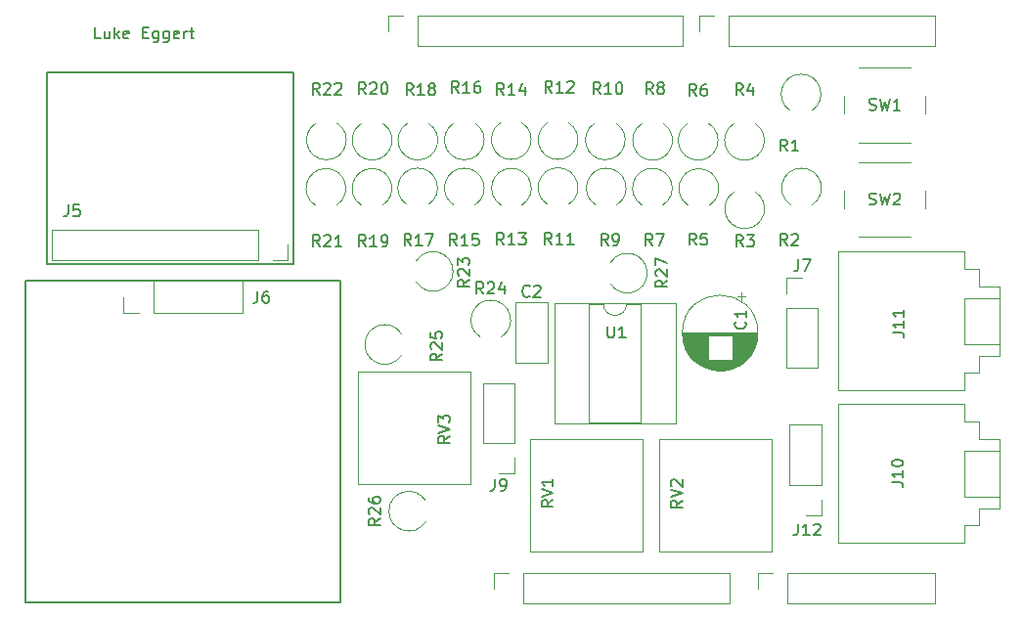
<source format=gbr>
%TF.GenerationSoftware,KiCad,Pcbnew,9.0.7*%
%TF.CreationDate,2026-02-04T17:26:36-07:00*%
%TF.ProjectId,Uno_Shield_DSP_Class_v1,556e6f5f-5368-4696-956c-645f4453505f,rev?*%
%TF.SameCoordinates,Original*%
%TF.FileFunction,Legend,Top*%
%TF.FilePolarity,Positive*%
%FSLAX46Y46*%
G04 Gerber Fmt 4.6, Leading zero omitted, Abs format (unit mm)*
G04 Created by KiCad (PCBNEW 9.0.7) date 2026-02-04 17:26:36*
%MOMM*%
%LPD*%
G01*
G04 APERTURE LIST*
%ADD10C,0.150000*%
%ADD11C,0.120000*%
G04 APERTURE END LIST*
D10*
X92574969Y-49869819D02*
X92098779Y-49869819D01*
X92098779Y-49869819D02*
X92098779Y-48869819D01*
X93336874Y-49203152D02*
X93336874Y-49869819D01*
X92908303Y-49203152D02*
X92908303Y-49726961D01*
X92908303Y-49726961D02*
X92955922Y-49822200D01*
X92955922Y-49822200D02*
X93051160Y-49869819D01*
X93051160Y-49869819D02*
X93194017Y-49869819D01*
X93194017Y-49869819D02*
X93289255Y-49822200D01*
X93289255Y-49822200D02*
X93336874Y-49774580D01*
X93813065Y-49869819D02*
X93813065Y-48869819D01*
X93908303Y-49488866D02*
X94194017Y-49869819D01*
X94194017Y-49203152D02*
X93813065Y-49584104D01*
X95003541Y-49822200D02*
X94908303Y-49869819D01*
X94908303Y-49869819D02*
X94717827Y-49869819D01*
X94717827Y-49869819D02*
X94622589Y-49822200D01*
X94622589Y-49822200D02*
X94574970Y-49726961D01*
X94574970Y-49726961D02*
X94574970Y-49346009D01*
X94574970Y-49346009D02*
X94622589Y-49250771D01*
X94622589Y-49250771D02*
X94717827Y-49203152D01*
X94717827Y-49203152D02*
X94908303Y-49203152D01*
X94908303Y-49203152D02*
X95003541Y-49250771D01*
X95003541Y-49250771D02*
X95051160Y-49346009D01*
X95051160Y-49346009D02*
X95051160Y-49441247D01*
X95051160Y-49441247D02*
X94574970Y-49536485D01*
X96241637Y-49346009D02*
X96574970Y-49346009D01*
X96717827Y-49869819D02*
X96241637Y-49869819D01*
X96241637Y-49869819D02*
X96241637Y-48869819D01*
X96241637Y-48869819D02*
X96717827Y-48869819D01*
X97574970Y-49203152D02*
X97574970Y-50012676D01*
X97574970Y-50012676D02*
X97527351Y-50107914D01*
X97527351Y-50107914D02*
X97479732Y-50155533D01*
X97479732Y-50155533D02*
X97384494Y-50203152D01*
X97384494Y-50203152D02*
X97241637Y-50203152D01*
X97241637Y-50203152D02*
X97146399Y-50155533D01*
X97574970Y-49822200D02*
X97479732Y-49869819D01*
X97479732Y-49869819D02*
X97289256Y-49869819D01*
X97289256Y-49869819D02*
X97194018Y-49822200D01*
X97194018Y-49822200D02*
X97146399Y-49774580D01*
X97146399Y-49774580D02*
X97098780Y-49679342D01*
X97098780Y-49679342D02*
X97098780Y-49393628D01*
X97098780Y-49393628D02*
X97146399Y-49298390D01*
X97146399Y-49298390D02*
X97194018Y-49250771D01*
X97194018Y-49250771D02*
X97289256Y-49203152D01*
X97289256Y-49203152D02*
X97479732Y-49203152D01*
X97479732Y-49203152D02*
X97574970Y-49250771D01*
X98479732Y-49203152D02*
X98479732Y-50012676D01*
X98479732Y-50012676D02*
X98432113Y-50107914D01*
X98432113Y-50107914D02*
X98384494Y-50155533D01*
X98384494Y-50155533D02*
X98289256Y-50203152D01*
X98289256Y-50203152D02*
X98146399Y-50203152D01*
X98146399Y-50203152D02*
X98051161Y-50155533D01*
X98479732Y-49822200D02*
X98384494Y-49869819D01*
X98384494Y-49869819D02*
X98194018Y-49869819D01*
X98194018Y-49869819D02*
X98098780Y-49822200D01*
X98098780Y-49822200D02*
X98051161Y-49774580D01*
X98051161Y-49774580D02*
X98003542Y-49679342D01*
X98003542Y-49679342D02*
X98003542Y-49393628D01*
X98003542Y-49393628D02*
X98051161Y-49298390D01*
X98051161Y-49298390D02*
X98098780Y-49250771D01*
X98098780Y-49250771D02*
X98194018Y-49203152D01*
X98194018Y-49203152D02*
X98384494Y-49203152D01*
X98384494Y-49203152D02*
X98479732Y-49250771D01*
X99336875Y-49822200D02*
X99241637Y-49869819D01*
X99241637Y-49869819D02*
X99051161Y-49869819D01*
X99051161Y-49869819D02*
X98955923Y-49822200D01*
X98955923Y-49822200D02*
X98908304Y-49726961D01*
X98908304Y-49726961D02*
X98908304Y-49346009D01*
X98908304Y-49346009D02*
X98955923Y-49250771D01*
X98955923Y-49250771D02*
X99051161Y-49203152D01*
X99051161Y-49203152D02*
X99241637Y-49203152D01*
X99241637Y-49203152D02*
X99336875Y-49250771D01*
X99336875Y-49250771D02*
X99384494Y-49346009D01*
X99384494Y-49346009D02*
X99384494Y-49441247D01*
X99384494Y-49441247D02*
X98908304Y-49536485D01*
X99813066Y-49869819D02*
X99813066Y-49203152D01*
X99813066Y-49393628D02*
X99860685Y-49298390D01*
X99860685Y-49298390D02*
X99908304Y-49250771D01*
X99908304Y-49250771D02*
X100003542Y-49203152D01*
X100003542Y-49203152D02*
X100098780Y-49203152D01*
X100289257Y-49203152D02*
X100670209Y-49203152D01*
X100432114Y-48869819D02*
X100432114Y-49726961D01*
X100432114Y-49726961D02*
X100479733Y-49822200D01*
X100479733Y-49822200D02*
X100574971Y-49869819D01*
X100574971Y-49869819D02*
X100670209Y-49869819D01*
X86060000Y-70860000D02*
X113360000Y-70860000D01*
X113360000Y-98660000D01*
X86060000Y-98660000D01*
X86060000Y-70860000D01*
X87940000Y-52820000D02*
X109270000Y-52820000D01*
X109270000Y-69360000D01*
X87940000Y-69360000D01*
X87940000Y-52820000D01*
X136513333Y-67784819D02*
X136180000Y-67308628D01*
X135941905Y-67784819D02*
X135941905Y-66784819D01*
X135941905Y-66784819D02*
X136322857Y-66784819D01*
X136322857Y-66784819D02*
X136418095Y-66832438D01*
X136418095Y-66832438D02*
X136465714Y-66880057D01*
X136465714Y-66880057D02*
X136513333Y-66975295D01*
X136513333Y-66975295D02*
X136513333Y-67118152D01*
X136513333Y-67118152D02*
X136465714Y-67213390D01*
X136465714Y-67213390D02*
X136418095Y-67261009D01*
X136418095Y-67261009D02*
X136322857Y-67308628D01*
X136322857Y-67308628D02*
X135941905Y-67308628D01*
X136989524Y-67784819D02*
X137180000Y-67784819D01*
X137180000Y-67784819D02*
X137275238Y-67737200D01*
X137275238Y-67737200D02*
X137322857Y-67689580D01*
X137322857Y-67689580D02*
X137418095Y-67546723D01*
X137418095Y-67546723D02*
X137465714Y-67356247D01*
X137465714Y-67356247D02*
X137465714Y-66975295D01*
X137465714Y-66975295D02*
X137418095Y-66880057D01*
X137418095Y-66880057D02*
X137370476Y-66832438D01*
X137370476Y-66832438D02*
X137275238Y-66784819D01*
X137275238Y-66784819D02*
X137084762Y-66784819D01*
X137084762Y-66784819D02*
X136989524Y-66832438D01*
X136989524Y-66832438D02*
X136941905Y-66880057D01*
X136941905Y-66880057D02*
X136894286Y-66975295D01*
X136894286Y-66975295D02*
X136894286Y-67213390D01*
X136894286Y-67213390D02*
X136941905Y-67308628D01*
X136941905Y-67308628D02*
X136989524Y-67356247D01*
X136989524Y-67356247D02*
X137084762Y-67403866D01*
X137084762Y-67403866D02*
X137275238Y-67403866D01*
X137275238Y-67403866D02*
X137370476Y-67356247D01*
X137370476Y-67356247D02*
X137418095Y-67308628D01*
X137418095Y-67308628D02*
X137465714Y-67213390D01*
X127487142Y-67714819D02*
X127153809Y-67238628D01*
X126915714Y-67714819D02*
X126915714Y-66714819D01*
X126915714Y-66714819D02*
X127296666Y-66714819D01*
X127296666Y-66714819D02*
X127391904Y-66762438D01*
X127391904Y-66762438D02*
X127439523Y-66810057D01*
X127439523Y-66810057D02*
X127487142Y-66905295D01*
X127487142Y-66905295D02*
X127487142Y-67048152D01*
X127487142Y-67048152D02*
X127439523Y-67143390D01*
X127439523Y-67143390D02*
X127391904Y-67191009D01*
X127391904Y-67191009D02*
X127296666Y-67238628D01*
X127296666Y-67238628D02*
X126915714Y-67238628D01*
X128439523Y-67714819D02*
X127868095Y-67714819D01*
X128153809Y-67714819D02*
X128153809Y-66714819D01*
X128153809Y-66714819D02*
X128058571Y-66857676D01*
X128058571Y-66857676D02*
X127963333Y-66952914D01*
X127963333Y-66952914D02*
X127868095Y-67000533D01*
X128772857Y-66714819D02*
X129391904Y-66714819D01*
X129391904Y-66714819D02*
X129058571Y-67095771D01*
X129058571Y-67095771D02*
X129201428Y-67095771D01*
X129201428Y-67095771D02*
X129296666Y-67143390D01*
X129296666Y-67143390D02*
X129344285Y-67191009D01*
X129344285Y-67191009D02*
X129391904Y-67286247D01*
X129391904Y-67286247D02*
X129391904Y-67524342D01*
X129391904Y-67524342D02*
X129344285Y-67619580D01*
X129344285Y-67619580D02*
X129296666Y-67667200D01*
X129296666Y-67667200D02*
X129201428Y-67714819D01*
X129201428Y-67714819D02*
X128915714Y-67714819D01*
X128915714Y-67714819D02*
X128820476Y-67667200D01*
X128820476Y-67667200D02*
X128772857Y-67619580D01*
X127487142Y-54744819D02*
X127153809Y-54268628D01*
X126915714Y-54744819D02*
X126915714Y-53744819D01*
X126915714Y-53744819D02*
X127296666Y-53744819D01*
X127296666Y-53744819D02*
X127391904Y-53792438D01*
X127391904Y-53792438D02*
X127439523Y-53840057D01*
X127439523Y-53840057D02*
X127487142Y-53935295D01*
X127487142Y-53935295D02*
X127487142Y-54078152D01*
X127487142Y-54078152D02*
X127439523Y-54173390D01*
X127439523Y-54173390D02*
X127391904Y-54221009D01*
X127391904Y-54221009D02*
X127296666Y-54268628D01*
X127296666Y-54268628D02*
X126915714Y-54268628D01*
X128439523Y-54744819D02*
X127868095Y-54744819D01*
X128153809Y-54744819D02*
X128153809Y-53744819D01*
X128153809Y-53744819D02*
X128058571Y-53887676D01*
X128058571Y-53887676D02*
X127963333Y-53982914D01*
X127963333Y-53982914D02*
X127868095Y-54030533D01*
X129296666Y-54078152D02*
X129296666Y-54744819D01*
X129058571Y-53697200D02*
X128820476Y-54411485D01*
X128820476Y-54411485D02*
X129439523Y-54411485D01*
X119647142Y-54764819D02*
X119313809Y-54288628D01*
X119075714Y-54764819D02*
X119075714Y-53764819D01*
X119075714Y-53764819D02*
X119456666Y-53764819D01*
X119456666Y-53764819D02*
X119551904Y-53812438D01*
X119551904Y-53812438D02*
X119599523Y-53860057D01*
X119599523Y-53860057D02*
X119647142Y-53955295D01*
X119647142Y-53955295D02*
X119647142Y-54098152D01*
X119647142Y-54098152D02*
X119599523Y-54193390D01*
X119599523Y-54193390D02*
X119551904Y-54241009D01*
X119551904Y-54241009D02*
X119456666Y-54288628D01*
X119456666Y-54288628D02*
X119075714Y-54288628D01*
X120599523Y-54764819D02*
X120028095Y-54764819D01*
X120313809Y-54764819D02*
X120313809Y-53764819D01*
X120313809Y-53764819D02*
X120218571Y-53907676D01*
X120218571Y-53907676D02*
X120123333Y-54002914D01*
X120123333Y-54002914D02*
X120028095Y-54050533D01*
X121170952Y-54193390D02*
X121075714Y-54145771D01*
X121075714Y-54145771D02*
X121028095Y-54098152D01*
X121028095Y-54098152D02*
X120980476Y-54002914D01*
X120980476Y-54002914D02*
X120980476Y-53955295D01*
X120980476Y-53955295D02*
X121028095Y-53860057D01*
X121028095Y-53860057D02*
X121075714Y-53812438D01*
X121075714Y-53812438D02*
X121170952Y-53764819D01*
X121170952Y-53764819D02*
X121361428Y-53764819D01*
X121361428Y-53764819D02*
X121456666Y-53812438D01*
X121456666Y-53812438D02*
X121504285Y-53860057D01*
X121504285Y-53860057D02*
X121551904Y-53955295D01*
X121551904Y-53955295D02*
X121551904Y-54002914D01*
X121551904Y-54002914D02*
X121504285Y-54098152D01*
X121504285Y-54098152D02*
X121456666Y-54145771D01*
X121456666Y-54145771D02*
X121361428Y-54193390D01*
X121361428Y-54193390D02*
X121170952Y-54193390D01*
X121170952Y-54193390D02*
X121075714Y-54241009D01*
X121075714Y-54241009D02*
X121028095Y-54288628D01*
X121028095Y-54288628D02*
X120980476Y-54383866D01*
X120980476Y-54383866D02*
X120980476Y-54574342D01*
X120980476Y-54574342D02*
X121028095Y-54669580D01*
X121028095Y-54669580D02*
X121075714Y-54717200D01*
X121075714Y-54717200D02*
X121170952Y-54764819D01*
X121170952Y-54764819D02*
X121361428Y-54764819D01*
X121361428Y-54764819D02*
X121456666Y-54717200D01*
X121456666Y-54717200D02*
X121504285Y-54669580D01*
X121504285Y-54669580D02*
X121551904Y-54574342D01*
X121551904Y-54574342D02*
X121551904Y-54383866D01*
X121551904Y-54383866D02*
X121504285Y-54288628D01*
X121504285Y-54288628D02*
X121456666Y-54241009D01*
X121456666Y-54241009D02*
X121361428Y-54193390D01*
X148183333Y-54764819D02*
X147850000Y-54288628D01*
X147611905Y-54764819D02*
X147611905Y-53764819D01*
X147611905Y-53764819D02*
X147992857Y-53764819D01*
X147992857Y-53764819D02*
X148088095Y-53812438D01*
X148088095Y-53812438D02*
X148135714Y-53860057D01*
X148135714Y-53860057D02*
X148183333Y-53955295D01*
X148183333Y-53955295D02*
X148183333Y-54098152D01*
X148183333Y-54098152D02*
X148135714Y-54193390D01*
X148135714Y-54193390D02*
X148088095Y-54241009D01*
X148088095Y-54241009D02*
X147992857Y-54288628D01*
X147992857Y-54288628D02*
X147611905Y-54288628D01*
X149040476Y-54098152D02*
X149040476Y-54764819D01*
X148802381Y-53717200D02*
X148564286Y-54431485D01*
X148564286Y-54431485D02*
X149183333Y-54431485D01*
X123427142Y-67784819D02*
X123093809Y-67308628D01*
X122855714Y-67784819D02*
X122855714Y-66784819D01*
X122855714Y-66784819D02*
X123236666Y-66784819D01*
X123236666Y-66784819D02*
X123331904Y-66832438D01*
X123331904Y-66832438D02*
X123379523Y-66880057D01*
X123379523Y-66880057D02*
X123427142Y-66975295D01*
X123427142Y-66975295D02*
X123427142Y-67118152D01*
X123427142Y-67118152D02*
X123379523Y-67213390D01*
X123379523Y-67213390D02*
X123331904Y-67261009D01*
X123331904Y-67261009D02*
X123236666Y-67308628D01*
X123236666Y-67308628D02*
X122855714Y-67308628D01*
X124379523Y-67784819D02*
X123808095Y-67784819D01*
X124093809Y-67784819D02*
X124093809Y-66784819D01*
X124093809Y-66784819D02*
X123998571Y-66927676D01*
X123998571Y-66927676D02*
X123903333Y-67022914D01*
X123903333Y-67022914D02*
X123808095Y-67070533D01*
X125284285Y-66784819D02*
X124808095Y-66784819D01*
X124808095Y-66784819D02*
X124760476Y-67261009D01*
X124760476Y-67261009D02*
X124808095Y-67213390D01*
X124808095Y-67213390D02*
X124903333Y-67165771D01*
X124903333Y-67165771D02*
X125141428Y-67165771D01*
X125141428Y-67165771D02*
X125236666Y-67213390D01*
X125236666Y-67213390D02*
X125284285Y-67261009D01*
X125284285Y-67261009D02*
X125331904Y-67356247D01*
X125331904Y-67356247D02*
X125331904Y-67594342D01*
X125331904Y-67594342D02*
X125284285Y-67689580D01*
X125284285Y-67689580D02*
X125236666Y-67737200D01*
X125236666Y-67737200D02*
X125141428Y-67784819D01*
X125141428Y-67784819D02*
X124903333Y-67784819D01*
X124903333Y-67784819D02*
X124808095Y-67737200D01*
X124808095Y-67737200D02*
X124760476Y-67689580D01*
X115517142Y-67874819D02*
X115183809Y-67398628D01*
X114945714Y-67874819D02*
X114945714Y-66874819D01*
X114945714Y-66874819D02*
X115326666Y-66874819D01*
X115326666Y-66874819D02*
X115421904Y-66922438D01*
X115421904Y-66922438D02*
X115469523Y-66970057D01*
X115469523Y-66970057D02*
X115517142Y-67065295D01*
X115517142Y-67065295D02*
X115517142Y-67208152D01*
X115517142Y-67208152D02*
X115469523Y-67303390D01*
X115469523Y-67303390D02*
X115421904Y-67351009D01*
X115421904Y-67351009D02*
X115326666Y-67398628D01*
X115326666Y-67398628D02*
X114945714Y-67398628D01*
X116469523Y-67874819D02*
X115898095Y-67874819D01*
X116183809Y-67874819D02*
X116183809Y-66874819D01*
X116183809Y-66874819D02*
X116088571Y-67017676D01*
X116088571Y-67017676D02*
X115993333Y-67112914D01*
X115993333Y-67112914D02*
X115898095Y-67160533D01*
X116945714Y-67874819D02*
X117136190Y-67874819D01*
X117136190Y-67874819D02*
X117231428Y-67827200D01*
X117231428Y-67827200D02*
X117279047Y-67779580D01*
X117279047Y-67779580D02*
X117374285Y-67636723D01*
X117374285Y-67636723D02*
X117421904Y-67446247D01*
X117421904Y-67446247D02*
X117421904Y-67065295D01*
X117421904Y-67065295D02*
X117374285Y-66970057D01*
X117374285Y-66970057D02*
X117326666Y-66922438D01*
X117326666Y-66922438D02*
X117231428Y-66874819D01*
X117231428Y-66874819D02*
X117040952Y-66874819D01*
X117040952Y-66874819D02*
X116945714Y-66922438D01*
X116945714Y-66922438D02*
X116898095Y-66970057D01*
X116898095Y-66970057D02*
X116850476Y-67065295D01*
X116850476Y-67065295D02*
X116850476Y-67303390D01*
X116850476Y-67303390D02*
X116898095Y-67398628D01*
X116898095Y-67398628D02*
X116945714Y-67446247D01*
X116945714Y-67446247D02*
X117040952Y-67493866D01*
X117040952Y-67493866D02*
X117231428Y-67493866D01*
X117231428Y-67493866D02*
X117326666Y-67446247D01*
X117326666Y-67446247D02*
X117374285Y-67398628D01*
X117374285Y-67398628D02*
X117421904Y-67303390D01*
X129723333Y-72149580D02*
X129675714Y-72197200D01*
X129675714Y-72197200D02*
X129532857Y-72244819D01*
X129532857Y-72244819D02*
X129437619Y-72244819D01*
X129437619Y-72244819D02*
X129294762Y-72197200D01*
X129294762Y-72197200D02*
X129199524Y-72101961D01*
X129199524Y-72101961D02*
X129151905Y-72006723D01*
X129151905Y-72006723D02*
X129104286Y-71816247D01*
X129104286Y-71816247D02*
X129104286Y-71673390D01*
X129104286Y-71673390D02*
X129151905Y-71482914D01*
X129151905Y-71482914D02*
X129199524Y-71387676D01*
X129199524Y-71387676D02*
X129294762Y-71292438D01*
X129294762Y-71292438D02*
X129437619Y-71244819D01*
X129437619Y-71244819D02*
X129532857Y-71244819D01*
X129532857Y-71244819D02*
X129675714Y-71292438D01*
X129675714Y-71292438D02*
X129723333Y-71340057D01*
X130104286Y-71340057D02*
X130151905Y-71292438D01*
X130151905Y-71292438D02*
X130247143Y-71244819D01*
X130247143Y-71244819D02*
X130485238Y-71244819D01*
X130485238Y-71244819D02*
X130580476Y-71292438D01*
X130580476Y-71292438D02*
X130628095Y-71340057D01*
X130628095Y-71340057D02*
X130675714Y-71435295D01*
X130675714Y-71435295D02*
X130675714Y-71530533D01*
X130675714Y-71530533D02*
X130628095Y-71673390D01*
X130628095Y-71673390D02*
X130056667Y-72244819D01*
X130056667Y-72244819D02*
X130675714Y-72244819D01*
X140363333Y-67784819D02*
X140030000Y-67308628D01*
X139791905Y-67784819D02*
X139791905Y-66784819D01*
X139791905Y-66784819D02*
X140172857Y-66784819D01*
X140172857Y-66784819D02*
X140268095Y-66832438D01*
X140268095Y-66832438D02*
X140315714Y-66880057D01*
X140315714Y-66880057D02*
X140363333Y-66975295D01*
X140363333Y-66975295D02*
X140363333Y-67118152D01*
X140363333Y-67118152D02*
X140315714Y-67213390D01*
X140315714Y-67213390D02*
X140268095Y-67261009D01*
X140268095Y-67261009D02*
X140172857Y-67308628D01*
X140172857Y-67308628D02*
X139791905Y-67308628D01*
X140696667Y-66784819D02*
X141363333Y-66784819D01*
X141363333Y-66784819D02*
X140934762Y-67784819D01*
X111547142Y-67874819D02*
X111213809Y-67398628D01*
X110975714Y-67874819D02*
X110975714Y-66874819D01*
X110975714Y-66874819D02*
X111356666Y-66874819D01*
X111356666Y-66874819D02*
X111451904Y-66922438D01*
X111451904Y-66922438D02*
X111499523Y-66970057D01*
X111499523Y-66970057D02*
X111547142Y-67065295D01*
X111547142Y-67065295D02*
X111547142Y-67208152D01*
X111547142Y-67208152D02*
X111499523Y-67303390D01*
X111499523Y-67303390D02*
X111451904Y-67351009D01*
X111451904Y-67351009D02*
X111356666Y-67398628D01*
X111356666Y-67398628D02*
X110975714Y-67398628D01*
X111928095Y-66970057D02*
X111975714Y-66922438D01*
X111975714Y-66922438D02*
X112070952Y-66874819D01*
X112070952Y-66874819D02*
X112309047Y-66874819D01*
X112309047Y-66874819D02*
X112404285Y-66922438D01*
X112404285Y-66922438D02*
X112451904Y-66970057D01*
X112451904Y-66970057D02*
X112499523Y-67065295D01*
X112499523Y-67065295D02*
X112499523Y-67160533D01*
X112499523Y-67160533D02*
X112451904Y-67303390D01*
X112451904Y-67303390D02*
X111880476Y-67874819D01*
X111880476Y-67874819D02*
X112499523Y-67874819D01*
X113451904Y-67874819D02*
X112880476Y-67874819D01*
X113166190Y-67874819D02*
X113166190Y-66874819D01*
X113166190Y-66874819D02*
X113070952Y-67017676D01*
X113070952Y-67017676D02*
X112975714Y-67112914D01*
X112975714Y-67112914D02*
X112880476Y-67160533D01*
X159126667Y-64207200D02*
X159269524Y-64254819D01*
X159269524Y-64254819D02*
X159507619Y-64254819D01*
X159507619Y-64254819D02*
X159602857Y-64207200D01*
X159602857Y-64207200D02*
X159650476Y-64159580D01*
X159650476Y-64159580D02*
X159698095Y-64064342D01*
X159698095Y-64064342D02*
X159698095Y-63969104D01*
X159698095Y-63969104D02*
X159650476Y-63873866D01*
X159650476Y-63873866D02*
X159602857Y-63826247D01*
X159602857Y-63826247D02*
X159507619Y-63778628D01*
X159507619Y-63778628D02*
X159317143Y-63731009D01*
X159317143Y-63731009D02*
X159221905Y-63683390D01*
X159221905Y-63683390D02*
X159174286Y-63635771D01*
X159174286Y-63635771D02*
X159126667Y-63540533D01*
X159126667Y-63540533D02*
X159126667Y-63445295D01*
X159126667Y-63445295D02*
X159174286Y-63350057D01*
X159174286Y-63350057D02*
X159221905Y-63302438D01*
X159221905Y-63302438D02*
X159317143Y-63254819D01*
X159317143Y-63254819D02*
X159555238Y-63254819D01*
X159555238Y-63254819D02*
X159698095Y-63302438D01*
X160031429Y-63254819D02*
X160269524Y-64254819D01*
X160269524Y-64254819D02*
X160460000Y-63540533D01*
X160460000Y-63540533D02*
X160650476Y-64254819D01*
X160650476Y-64254819D02*
X160888572Y-63254819D01*
X161221905Y-63350057D02*
X161269524Y-63302438D01*
X161269524Y-63302438D02*
X161364762Y-63254819D01*
X161364762Y-63254819D02*
X161602857Y-63254819D01*
X161602857Y-63254819D02*
X161698095Y-63302438D01*
X161698095Y-63302438D02*
X161745714Y-63350057D01*
X161745714Y-63350057D02*
X161793333Y-63445295D01*
X161793333Y-63445295D02*
X161793333Y-63540533D01*
X161793333Y-63540533D02*
X161745714Y-63683390D01*
X161745714Y-63683390D02*
X161174286Y-64254819D01*
X161174286Y-64254819D02*
X161793333Y-64254819D01*
X115537142Y-54684819D02*
X115203809Y-54208628D01*
X114965714Y-54684819D02*
X114965714Y-53684819D01*
X114965714Y-53684819D02*
X115346666Y-53684819D01*
X115346666Y-53684819D02*
X115441904Y-53732438D01*
X115441904Y-53732438D02*
X115489523Y-53780057D01*
X115489523Y-53780057D02*
X115537142Y-53875295D01*
X115537142Y-53875295D02*
X115537142Y-54018152D01*
X115537142Y-54018152D02*
X115489523Y-54113390D01*
X115489523Y-54113390D02*
X115441904Y-54161009D01*
X115441904Y-54161009D02*
X115346666Y-54208628D01*
X115346666Y-54208628D02*
X114965714Y-54208628D01*
X115918095Y-53780057D02*
X115965714Y-53732438D01*
X115965714Y-53732438D02*
X116060952Y-53684819D01*
X116060952Y-53684819D02*
X116299047Y-53684819D01*
X116299047Y-53684819D02*
X116394285Y-53732438D01*
X116394285Y-53732438D02*
X116441904Y-53780057D01*
X116441904Y-53780057D02*
X116489523Y-53875295D01*
X116489523Y-53875295D02*
X116489523Y-53970533D01*
X116489523Y-53970533D02*
X116441904Y-54113390D01*
X116441904Y-54113390D02*
X115870476Y-54684819D01*
X115870476Y-54684819D02*
X116489523Y-54684819D01*
X117108571Y-53684819D02*
X117203809Y-53684819D01*
X117203809Y-53684819D02*
X117299047Y-53732438D01*
X117299047Y-53732438D02*
X117346666Y-53780057D01*
X117346666Y-53780057D02*
X117394285Y-53875295D01*
X117394285Y-53875295D02*
X117441904Y-54065771D01*
X117441904Y-54065771D02*
X117441904Y-54303866D01*
X117441904Y-54303866D02*
X117394285Y-54494342D01*
X117394285Y-54494342D02*
X117346666Y-54589580D01*
X117346666Y-54589580D02*
X117299047Y-54637200D01*
X117299047Y-54637200D02*
X117203809Y-54684819D01*
X117203809Y-54684819D02*
X117108571Y-54684819D01*
X117108571Y-54684819D02*
X117013333Y-54637200D01*
X117013333Y-54637200D02*
X116965714Y-54589580D01*
X116965714Y-54589580D02*
X116918095Y-54494342D01*
X116918095Y-54494342D02*
X116870476Y-54303866D01*
X116870476Y-54303866D02*
X116870476Y-54065771D01*
X116870476Y-54065771D02*
X116918095Y-53875295D01*
X116918095Y-53875295D02*
X116965714Y-53780057D01*
X116965714Y-53780057D02*
X117013333Y-53732438D01*
X117013333Y-53732438D02*
X117108571Y-53684819D01*
X144143333Y-54834819D02*
X143810000Y-54358628D01*
X143571905Y-54834819D02*
X143571905Y-53834819D01*
X143571905Y-53834819D02*
X143952857Y-53834819D01*
X143952857Y-53834819D02*
X144048095Y-53882438D01*
X144048095Y-53882438D02*
X144095714Y-53930057D01*
X144095714Y-53930057D02*
X144143333Y-54025295D01*
X144143333Y-54025295D02*
X144143333Y-54168152D01*
X144143333Y-54168152D02*
X144095714Y-54263390D01*
X144095714Y-54263390D02*
X144048095Y-54311009D01*
X144048095Y-54311009D02*
X143952857Y-54358628D01*
X143952857Y-54358628D02*
X143571905Y-54358628D01*
X145000476Y-53834819D02*
X144810000Y-53834819D01*
X144810000Y-53834819D02*
X144714762Y-53882438D01*
X144714762Y-53882438D02*
X144667143Y-53930057D01*
X144667143Y-53930057D02*
X144571905Y-54072914D01*
X144571905Y-54072914D02*
X144524286Y-54263390D01*
X144524286Y-54263390D02*
X144524286Y-54644342D01*
X144524286Y-54644342D02*
X144571905Y-54739580D01*
X144571905Y-54739580D02*
X144619524Y-54787200D01*
X144619524Y-54787200D02*
X144714762Y-54834819D01*
X144714762Y-54834819D02*
X144905238Y-54834819D01*
X144905238Y-54834819D02*
X145000476Y-54787200D01*
X145000476Y-54787200D02*
X145048095Y-54739580D01*
X145048095Y-54739580D02*
X145095714Y-54644342D01*
X145095714Y-54644342D02*
X145095714Y-54406247D01*
X145095714Y-54406247D02*
X145048095Y-54311009D01*
X145048095Y-54311009D02*
X145000476Y-54263390D01*
X145000476Y-54263390D02*
X144905238Y-54215771D01*
X144905238Y-54215771D02*
X144714762Y-54215771D01*
X144714762Y-54215771D02*
X144619524Y-54263390D01*
X144619524Y-54263390D02*
X144571905Y-54311009D01*
X144571905Y-54311009D02*
X144524286Y-54406247D01*
X152976666Y-68994819D02*
X152976666Y-69709104D01*
X152976666Y-69709104D02*
X152929047Y-69851961D01*
X152929047Y-69851961D02*
X152833809Y-69947200D01*
X152833809Y-69947200D02*
X152690952Y-69994819D01*
X152690952Y-69994819D02*
X152595714Y-69994819D01*
X153357619Y-68994819D02*
X154024285Y-68994819D01*
X154024285Y-68994819D02*
X153595714Y-69994819D01*
X135857142Y-54674819D02*
X135523809Y-54198628D01*
X135285714Y-54674819D02*
X135285714Y-53674819D01*
X135285714Y-53674819D02*
X135666666Y-53674819D01*
X135666666Y-53674819D02*
X135761904Y-53722438D01*
X135761904Y-53722438D02*
X135809523Y-53770057D01*
X135809523Y-53770057D02*
X135857142Y-53865295D01*
X135857142Y-53865295D02*
X135857142Y-54008152D01*
X135857142Y-54008152D02*
X135809523Y-54103390D01*
X135809523Y-54103390D02*
X135761904Y-54151009D01*
X135761904Y-54151009D02*
X135666666Y-54198628D01*
X135666666Y-54198628D02*
X135285714Y-54198628D01*
X136809523Y-54674819D02*
X136238095Y-54674819D01*
X136523809Y-54674819D02*
X136523809Y-53674819D01*
X136523809Y-53674819D02*
X136428571Y-53817676D01*
X136428571Y-53817676D02*
X136333333Y-53912914D01*
X136333333Y-53912914D02*
X136238095Y-53960533D01*
X137428571Y-53674819D02*
X137523809Y-53674819D01*
X137523809Y-53674819D02*
X137619047Y-53722438D01*
X137619047Y-53722438D02*
X137666666Y-53770057D01*
X137666666Y-53770057D02*
X137714285Y-53865295D01*
X137714285Y-53865295D02*
X137761904Y-54055771D01*
X137761904Y-54055771D02*
X137761904Y-54293866D01*
X137761904Y-54293866D02*
X137714285Y-54484342D01*
X137714285Y-54484342D02*
X137666666Y-54579580D01*
X137666666Y-54579580D02*
X137619047Y-54627200D01*
X137619047Y-54627200D02*
X137523809Y-54674819D01*
X137523809Y-54674819D02*
X137428571Y-54674819D01*
X137428571Y-54674819D02*
X137333333Y-54627200D01*
X137333333Y-54627200D02*
X137285714Y-54579580D01*
X137285714Y-54579580D02*
X137238095Y-54484342D01*
X137238095Y-54484342D02*
X137190476Y-54293866D01*
X137190476Y-54293866D02*
X137190476Y-54055771D01*
X137190476Y-54055771D02*
X137238095Y-53865295D01*
X137238095Y-53865295D02*
X137285714Y-53770057D01*
X137285714Y-53770057D02*
X137333333Y-53722438D01*
X137333333Y-53722438D02*
X137428571Y-53674819D01*
X89786666Y-64254819D02*
X89786666Y-64969104D01*
X89786666Y-64969104D02*
X89739047Y-65111961D01*
X89739047Y-65111961D02*
X89643809Y-65207200D01*
X89643809Y-65207200D02*
X89500952Y-65254819D01*
X89500952Y-65254819D02*
X89405714Y-65254819D01*
X90739047Y-64254819D02*
X90262857Y-64254819D01*
X90262857Y-64254819D02*
X90215238Y-64731009D01*
X90215238Y-64731009D02*
X90262857Y-64683390D01*
X90262857Y-64683390D02*
X90358095Y-64635771D01*
X90358095Y-64635771D02*
X90596190Y-64635771D01*
X90596190Y-64635771D02*
X90691428Y-64683390D01*
X90691428Y-64683390D02*
X90739047Y-64731009D01*
X90739047Y-64731009D02*
X90786666Y-64826247D01*
X90786666Y-64826247D02*
X90786666Y-65064342D01*
X90786666Y-65064342D02*
X90739047Y-65159580D01*
X90739047Y-65159580D02*
X90691428Y-65207200D01*
X90691428Y-65207200D02*
X90596190Y-65254819D01*
X90596190Y-65254819D02*
X90358095Y-65254819D01*
X90358095Y-65254819D02*
X90262857Y-65207200D01*
X90262857Y-65207200D02*
X90215238Y-65159580D01*
X116784819Y-91432857D02*
X116308628Y-91766190D01*
X116784819Y-92004285D02*
X115784819Y-92004285D01*
X115784819Y-92004285D02*
X115784819Y-91623333D01*
X115784819Y-91623333D02*
X115832438Y-91528095D01*
X115832438Y-91528095D02*
X115880057Y-91480476D01*
X115880057Y-91480476D02*
X115975295Y-91432857D01*
X115975295Y-91432857D02*
X116118152Y-91432857D01*
X116118152Y-91432857D02*
X116213390Y-91480476D01*
X116213390Y-91480476D02*
X116261009Y-91528095D01*
X116261009Y-91528095D02*
X116308628Y-91623333D01*
X116308628Y-91623333D02*
X116308628Y-92004285D01*
X115880057Y-91051904D02*
X115832438Y-91004285D01*
X115832438Y-91004285D02*
X115784819Y-90909047D01*
X115784819Y-90909047D02*
X115784819Y-90670952D01*
X115784819Y-90670952D02*
X115832438Y-90575714D01*
X115832438Y-90575714D02*
X115880057Y-90528095D01*
X115880057Y-90528095D02*
X115975295Y-90480476D01*
X115975295Y-90480476D02*
X116070533Y-90480476D01*
X116070533Y-90480476D02*
X116213390Y-90528095D01*
X116213390Y-90528095D02*
X116784819Y-91099523D01*
X116784819Y-91099523D02*
X116784819Y-90480476D01*
X115784819Y-89623333D02*
X115784819Y-89813809D01*
X115784819Y-89813809D02*
X115832438Y-89909047D01*
X115832438Y-89909047D02*
X115880057Y-89956666D01*
X115880057Y-89956666D02*
X116022914Y-90051904D01*
X116022914Y-90051904D02*
X116213390Y-90099523D01*
X116213390Y-90099523D02*
X116594342Y-90099523D01*
X116594342Y-90099523D02*
X116689580Y-90051904D01*
X116689580Y-90051904D02*
X116737200Y-90004285D01*
X116737200Y-90004285D02*
X116784819Y-89909047D01*
X116784819Y-89909047D02*
X116784819Y-89718571D01*
X116784819Y-89718571D02*
X116737200Y-89623333D01*
X116737200Y-89623333D02*
X116689580Y-89575714D01*
X116689580Y-89575714D02*
X116594342Y-89528095D01*
X116594342Y-89528095D02*
X116356247Y-89528095D01*
X116356247Y-89528095D02*
X116261009Y-89575714D01*
X116261009Y-89575714D02*
X116213390Y-89623333D01*
X116213390Y-89623333D02*
X116165771Y-89718571D01*
X116165771Y-89718571D02*
X116165771Y-89909047D01*
X116165771Y-89909047D02*
X116213390Y-90004285D01*
X116213390Y-90004285D02*
X116261009Y-90051904D01*
X116261009Y-90051904D02*
X116356247Y-90099523D01*
X161144819Y-75329523D02*
X161859104Y-75329523D01*
X161859104Y-75329523D02*
X162001961Y-75377142D01*
X162001961Y-75377142D02*
X162097200Y-75472380D01*
X162097200Y-75472380D02*
X162144819Y-75615237D01*
X162144819Y-75615237D02*
X162144819Y-75710475D01*
X162144819Y-74329523D02*
X162144819Y-74900951D01*
X162144819Y-74615237D02*
X161144819Y-74615237D01*
X161144819Y-74615237D02*
X161287676Y-74710475D01*
X161287676Y-74710475D02*
X161382914Y-74805713D01*
X161382914Y-74805713D02*
X161430533Y-74900951D01*
X162144819Y-73377142D02*
X162144819Y-73948570D01*
X162144819Y-73662856D02*
X161144819Y-73662856D01*
X161144819Y-73662856D02*
X161287676Y-73758094D01*
X161287676Y-73758094D02*
X161382914Y-73853332D01*
X161382914Y-73853332D02*
X161430533Y-73948570D01*
X144143333Y-67734819D02*
X143810000Y-67258628D01*
X143571905Y-67734819D02*
X143571905Y-66734819D01*
X143571905Y-66734819D02*
X143952857Y-66734819D01*
X143952857Y-66734819D02*
X144048095Y-66782438D01*
X144048095Y-66782438D02*
X144095714Y-66830057D01*
X144095714Y-66830057D02*
X144143333Y-66925295D01*
X144143333Y-66925295D02*
X144143333Y-67068152D01*
X144143333Y-67068152D02*
X144095714Y-67163390D01*
X144095714Y-67163390D02*
X144048095Y-67211009D01*
X144048095Y-67211009D02*
X143952857Y-67258628D01*
X143952857Y-67258628D02*
X143571905Y-67258628D01*
X145048095Y-66734819D02*
X144571905Y-66734819D01*
X144571905Y-66734819D02*
X144524286Y-67211009D01*
X144524286Y-67211009D02*
X144571905Y-67163390D01*
X144571905Y-67163390D02*
X144667143Y-67115771D01*
X144667143Y-67115771D02*
X144905238Y-67115771D01*
X144905238Y-67115771D02*
X145000476Y-67163390D01*
X145000476Y-67163390D02*
X145048095Y-67211009D01*
X145048095Y-67211009D02*
X145095714Y-67306247D01*
X145095714Y-67306247D02*
X145095714Y-67544342D01*
X145095714Y-67544342D02*
X145048095Y-67639580D01*
X145048095Y-67639580D02*
X145000476Y-67687200D01*
X145000476Y-67687200D02*
X144905238Y-67734819D01*
X144905238Y-67734819D02*
X144667143Y-67734819D01*
X144667143Y-67734819D02*
X144571905Y-67687200D01*
X144571905Y-67687200D02*
X144524286Y-67639580D01*
X148362835Y-74387271D02*
X148410455Y-74434890D01*
X148410455Y-74434890D02*
X148458074Y-74577747D01*
X148458074Y-74577747D02*
X148458074Y-74672985D01*
X148458074Y-74672985D02*
X148410455Y-74815842D01*
X148410455Y-74815842D02*
X148315216Y-74911080D01*
X148315216Y-74911080D02*
X148219978Y-74958699D01*
X148219978Y-74958699D02*
X148029502Y-75006318D01*
X148029502Y-75006318D02*
X147886645Y-75006318D01*
X147886645Y-75006318D02*
X147696169Y-74958699D01*
X147696169Y-74958699D02*
X147600931Y-74911080D01*
X147600931Y-74911080D02*
X147505693Y-74815842D01*
X147505693Y-74815842D02*
X147458074Y-74672985D01*
X147458074Y-74672985D02*
X147458074Y-74577747D01*
X147458074Y-74577747D02*
X147505693Y-74434890D01*
X147505693Y-74434890D02*
X147553312Y-74387271D01*
X148458074Y-73434890D02*
X148458074Y-74006318D01*
X148458074Y-73720604D02*
X147458074Y-73720604D01*
X147458074Y-73720604D02*
X147600931Y-73815842D01*
X147600931Y-73815842D02*
X147696169Y-73911080D01*
X147696169Y-73911080D02*
X147743788Y-74006318D01*
X125717142Y-71954819D02*
X125383809Y-71478628D01*
X125145714Y-71954819D02*
X125145714Y-70954819D01*
X125145714Y-70954819D02*
X125526666Y-70954819D01*
X125526666Y-70954819D02*
X125621904Y-71002438D01*
X125621904Y-71002438D02*
X125669523Y-71050057D01*
X125669523Y-71050057D02*
X125717142Y-71145295D01*
X125717142Y-71145295D02*
X125717142Y-71288152D01*
X125717142Y-71288152D02*
X125669523Y-71383390D01*
X125669523Y-71383390D02*
X125621904Y-71431009D01*
X125621904Y-71431009D02*
X125526666Y-71478628D01*
X125526666Y-71478628D02*
X125145714Y-71478628D01*
X126098095Y-71050057D02*
X126145714Y-71002438D01*
X126145714Y-71002438D02*
X126240952Y-70954819D01*
X126240952Y-70954819D02*
X126479047Y-70954819D01*
X126479047Y-70954819D02*
X126574285Y-71002438D01*
X126574285Y-71002438D02*
X126621904Y-71050057D01*
X126621904Y-71050057D02*
X126669523Y-71145295D01*
X126669523Y-71145295D02*
X126669523Y-71240533D01*
X126669523Y-71240533D02*
X126621904Y-71383390D01*
X126621904Y-71383390D02*
X126050476Y-71954819D01*
X126050476Y-71954819D02*
X126669523Y-71954819D01*
X127526666Y-71288152D02*
X127526666Y-71954819D01*
X127288571Y-70907200D02*
X127050476Y-71621485D01*
X127050476Y-71621485D02*
X127669523Y-71621485D01*
X131647142Y-54544819D02*
X131313809Y-54068628D01*
X131075714Y-54544819D02*
X131075714Y-53544819D01*
X131075714Y-53544819D02*
X131456666Y-53544819D01*
X131456666Y-53544819D02*
X131551904Y-53592438D01*
X131551904Y-53592438D02*
X131599523Y-53640057D01*
X131599523Y-53640057D02*
X131647142Y-53735295D01*
X131647142Y-53735295D02*
X131647142Y-53878152D01*
X131647142Y-53878152D02*
X131599523Y-53973390D01*
X131599523Y-53973390D02*
X131551904Y-54021009D01*
X131551904Y-54021009D02*
X131456666Y-54068628D01*
X131456666Y-54068628D02*
X131075714Y-54068628D01*
X132599523Y-54544819D02*
X132028095Y-54544819D01*
X132313809Y-54544819D02*
X132313809Y-53544819D01*
X132313809Y-53544819D02*
X132218571Y-53687676D01*
X132218571Y-53687676D02*
X132123333Y-53782914D01*
X132123333Y-53782914D02*
X132028095Y-53830533D01*
X132980476Y-53640057D02*
X133028095Y-53592438D01*
X133028095Y-53592438D02*
X133123333Y-53544819D01*
X133123333Y-53544819D02*
X133361428Y-53544819D01*
X133361428Y-53544819D02*
X133456666Y-53592438D01*
X133456666Y-53592438D02*
X133504285Y-53640057D01*
X133504285Y-53640057D02*
X133551904Y-53735295D01*
X133551904Y-53735295D02*
X133551904Y-53830533D01*
X133551904Y-53830533D02*
X133504285Y-53973390D01*
X133504285Y-53973390D02*
X132932857Y-54544819D01*
X132932857Y-54544819D02*
X133551904Y-54544819D01*
X159126667Y-56027200D02*
X159269524Y-56074819D01*
X159269524Y-56074819D02*
X159507619Y-56074819D01*
X159507619Y-56074819D02*
X159602857Y-56027200D01*
X159602857Y-56027200D02*
X159650476Y-55979580D01*
X159650476Y-55979580D02*
X159698095Y-55884342D01*
X159698095Y-55884342D02*
X159698095Y-55789104D01*
X159698095Y-55789104D02*
X159650476Y-55693866D01*
X159650476Y-55693866D02*
X159602857Y-55646247D01*
X159602857Y-55646247D02*
X159507619Y-55598628D01*
X159507619Y-55598628D02*
X159317143Y-55551009D01*
X159317143Y-55551009D02*
X159221905Y-55503390D01*
X159221905Y-55503390D02*
X159174286Y-55455771D01*
X159174286Y-55455771D02*
X159126667Y-55360533D01*
X159126667Y-55360533D02*
X159126667Y-55265295D01*
X159126667Y-55265295D02*
X159174286Y-55170057D01*
X159174286Y-55170057D02*
X159221905Y-55122438D01*
X159221905Y-55122438D02*
X159317143Y-55074819D01*
X159317143Y-55074819D02*
X159555238Y-55074819D01*
X159555238Y-55074819D02*
X159698095Y-55122438D01*
X160031429Y-55074819D02*
X160269524Y-56074819D01*
X160269524Y-56074819D02*
X160460000Y-55360533D01*
X160460000Y-55360533D02*
X160650476Y-56074819D01*
X160650476Y-56074819D02*
X160888572Y-55074819D01*
X161793333Y-56074819D02*
X161221905Y-56074819D01*
X161507619Y-56074819D02*
X161507619Y-55074819D01*
X161507619Y-55074819D02*
X161412381Y-55217676D01*
X161412381Y-55217676D02*
X161317143Y-55312914D01*
X161317143Y-55312914D02*
X161221905Y-55360533D01*
X131627142Y-67674819D02*
X131293809Y-67198628D01*
X131055714Y-67674819D02*
X131055714Y-66674819D01*
X131055714Y-66674819D02*
X131436666Y-66674819D01*
X131436666Y-66674819D02*
X131531904Y-66722438D01*
X131531904Y-66722438D02*
X131579523Y-66770057D01*
X131579523Y-66770057D02*
X131627142Y-66865295D01*
X131627142Y-66865295D02*
X131627142Y-67008152D01*
X131627142Y-67008152D02*
X131579523Y-67103390D01*
X131579523Y-67103390D02*
X131531904Y-67151009D01*
X131531904Y-67151009D02*
X131436666Y-67198628D01*
X131436666Y-67198628D02*
X131055714Y-67198628D01*
X132579523Y-67674819D02*
X132008095Y-67674819D01*
X132293809Y-67674819D02*
X132293809Y-66674819D01*
X132293809Y-66674819D02*
X132198571Y-66817676D01*
X132198571Y-66817676D02*
X132103333Y-66912914D01*
X132103333Y-66912914D02*
X132008095Y-66960533D01*
X133531904Y-67674819D02*
X132960476Y-67674819D01*
X133246190Y-67674819D02*
X133246190Y-66674819D01*
X133246190Y-66674819D02*
X133150952Y-66817676D01*
X133150952Y-66817676D02*
X133055714Y-66912914D01*
X133055714Y-66912914D02*
X132960476Y-66960533D01*
X111527142Y-54704819D02*
X111193809Y-54228628D01*
X110955714Y-54704819D02*
X110955714Y-53704819D01*
X110955714Y-53704819D02*
X111336666Y-53704819D01*
X111336666Y-53704819D02*
X111431904Y-53752438D01*
X111431904Y-53752438D02*
X111479523Y-53800057D01*
X111479523Y-53800057D02*
X111527142Y-53895295D01*
X111527142Y-53895295D02*
X111527142Y-54038152D01*
X111527142Y-54038152D02*
X111479523Y-54133390D01*
X111479523Y-54133390D02*
X111431904Y-54181009D01*
X111431904Y-54181009D02*
X111336666Y-54228628D01*
X111336666Y-54228628D02*
X110955714Y-54228628D01*
X111908095Y-53800057D02*
X111955714Y-53752438D01*
X111955714Y-53752438D02*
X112050952Y-53704819D01*
X112050952Y-53704819D02*
X112289047Y-53704819D01*
X112289047Y-53704819D02*
X112384285Y-53752438D01*
X112384285Y-53752438D02*
X112431904Y-53800057D01*
X112431904Y-53800057D02*
X112479523Y-53895295D01*
X112479523Y-53895295D02*
X112479523Y-53990533D01*
X112479523Y-53990533D02*
X112431904Y-54133390D01*
X112431904Y-54133390D02*
X111860476Y-54704819D01*
X111860476Y-54704819D02*
X112479523Y-54704819D01*
X112860476Y-53800057D02*
X112908095Y-53752438D01*
X112908095Y-53752438D02*
X113003333Y-53704819D01*
X113003333Y-53704819D02*
X113241428Y-53704819D01*
X113241428Y-53704819D02*
X113336666Y-53752438D01*
X113336666Y-53752438D02*
X113384285Y-53800057D01*
X113384285Y-53800057D02*
X113431904Y-53895295D01*
X113431904Y-53895295D02*
X113431904Y-53990533D01*
X113431904Y-53990533D02*
X113384285Y-54133390D01*
X113384285Y-54133390D02*
X112812857Y-54704819D01*
X112812857Y-54704819D02*
X113431904Y-54704819D01*
X152940476Y-91874819D02*
X152940476Y-92589104D01*
X152940476Y-92589104D02*
X152892857Y-92731961D01*
X152892857Y-92731961D02*
X152797619Y-92827200D01*
X152797619Y-92827200D02*
X152654762Y-92874819D01*
X152654762Y-92874819D02*
X152559524Y-92874819D01*
X153940476Y-92874819D02*
X153369048Y-92874819D01*
X153654762Y-92874819D02*
X153654762Y-91874819D01*
X153654762Y-91874819D02*
X153559524Y-92017676D01*
X153559524Y-92017676D02*
X153464286Y-92112914D01*
X153464286Y-92112914D02*
X153369048Y-92160533D01*
X154321429Y-91970057D02*
X154369048Y-91922438D01*
X154369048Y-91922438D02*
X154464286Y-91874819D01*
X154464286Y-91874819D02*
X154702381Y-91874819D01*
X154702381Y-91874819D02*
X154797619Y-91922438D01*
X154797619Y-91922438D02*
X154845238Y-91970057D01*
X154845238Y-91970057D02*
X154892857Y-92065295D01*
X154892857Y-92065295D02*
X154892857Y-92160533D01*
X154892857Y-92160533D02*
X154845238Y-92303390D01*
X154845238Y-92303390D02*
X154273810Y-92874819D01*
X154273810Y-92874819D02*
X154892857Y-92874819D01*
X152033333Y-59604819D02*
X151700000Y-59128628D01*
X151461905Y-59604819D02*
X151461905Y-58604819D01*
X151461905Y-58604819D02*
X151842857Y-58604819D01*
X151842857Y-58604819D02*
X151938095Y-58652438D01*
X151938095Y-58652438D02*
X151985714Y-58700057D01*
X151985714Y-58700057D02*
X152033333Y-58795295D01*
X152033333Y-58795295D02*
X152033333Y-58938152D01*
X152033333Y-58938152D02*
X151985714Y-59033390D01*
X151985714Y-59033390D02*
X151938095Y-59081009D01*
X151938095Y-59081009D02*
X151842857Y-59128628D01*
X151842857Y-59128628D02*
X151461905Y-59128628D01*
X152985714Y-59604819D02*
X152414286Y-59604819D01*
X152700000Y-59604819D02*
X152700000Y-58604819D01*
X152700000Y-58604819D02*
X152604762Y-58747676D01*
X152604762Y-58747676D02*
X152509524Y-58842914D01*
X152509524Y-58842914D02*
X152414286Y-58890533D01*
X141634819Y-70802857D02*
X141158628Y-71136190D01*
X141634819Y-71374285D02*
X140634819Y-71374285D01*
X140634819Y-71374285D02*
X140634819Y-70993333D01*
X140634819Y-70993333D02*
X140682438Y-70898095D01*
X140682438Y-70898095D02*
X140730057Y-70850476D01*
X140730057Y-70850476D02*
X140825295Y-70802857D01*
X140825295Y-70802857D02*
X140968152Y-70802857D01*
X140968152Y-70802857D02*
X141063390Y-70850476D01*
X141063390Y-70850476D02*
X141111009Y-70898095D01*
X141111009Y-70898095D02*
X141158628Y-70993333D01*
X141158628Y-70993333D02*
X141158628Y-71374285D01*
X140730057Y-70421904D02*
X140682438Y-70374285D01*
X140682438Y-70374285D02*
X140634819Y-70279047D01*
X140634819Y-70279047D02*
X140634819Y-70040952D01*
X140634819Y-70040952D02*
X140682438Y-69945714D01*
X140682438Y-69945714D02*
X140730057Y-69898095D01*
X140730057Y-69898095D02*
X140825295Y-69850476D01*
X140825295Y-69850476D02*
X140920533Y-69850476D01*
X140920533Y-69850476D02*
X141063390Y-69898095D01*
X141063390Y-69898095D02*
X141634819Y-70469523D01*
X141634819Y-70469523D02*
X141634819Y-69850476D01*
X140634819Y-69517142D02*
X140634819Y-68850476D01*
X140634819Y-68850476D02*
X141634819Y-69279047D01*
X119457142Y-67784819D02*
X119123809Y-67308628D01*
X118885714Y-67784819D02*
X118885714Y-66784819D01*
X118885714Y-66784819D02*
X119266666Y-66784819D01*
X119266666Y-66784819D02*
X119361904Y-66832438D01*
X119361904Y-66832438D02*
X119409523Y-66880057D01*
X119409523Y-66880057D02*
X119457142Y-66975295D01*
X119457142Y-66975295D02*
X119457142Y-67118152D01*
X119457142Y-67118152D02*
X119409523Y-67213390D01*
X119409523Y-67213390D02*
X119361904Y-67261009D01*
X119361904Y-67261009D02*
X119266666Y-67308628D01*
X119266666Y-67308628D02*
X118885714Y-67308628D01*
X120409523Y-67784819D02*
X119838095Y-67784819D01*
X120123809Y-67784819D02*
X120123809Y-66784819D01*
X120123809Y-66784819D02*
X120028571Y-66927676D01*
X120028571Y-66927676D02*
X119933333Y-67022914D01*
X119933333Y-67022914D02*
X119838095Y-67070533D01*
X120742857Y-66784819D02*
X121409523Y-66784819D01*
X121409523Y-66784819D02*
X120980952Y-67784819D01*
X122144819Y-77152857D02*
X121668628Y-77486190D01*
X122144819Y-77724285D02*
X121144819Y-77724285D01*
X121144819Y-77724285D02*
X121144819Y-77343333D01*
X121144819Y-77343333D02*
X121192438Y-77248095D01*
X121192438Y-77248095D02*
X121240057Y-77200476D01*
X121240057Y-77200476D02*
X121335295Y-77152857D01*
X121335295Y-77152857D02*
X121478152Y-77152857D01*
X121478152Y-77152857D02*
X121573390Y-77200476D01*
X121573390Y-77200476D02*
X121621009Y-77248095D01*
X121621009Y-77248095D02*
X121668628Y-77343333D01*
X121668628Y-77343333D02*
X121668628Y-77724285D01*
X121240057Y-76771904D02*
X121192438Y-76724285D01*
X121192438Y-76724285D02*
X121144819Y-76629047D01*
X121144819Y-76629047D02*
X121144819Y-76390952D01*
X121144819Y-76390952D02*
X121192438Y-76295714D01*
X121192438Y-76295714D02*
X121240057Y-76248095D01*
X121240057Y-76248095D02*
X121335295Y-76200476D01*
X121335295Y-76200476D02*
X121430533Y-76200476D01*
X121430533Y-76200476D02*
X121573390Y-76248095D01*
X121573390Y-76248095D02*
X122144819Y-76819523D01*
X122144819Y-76819523D02*
X122144819Y-76200476D01*
X121144819Y-75295714D02*
X121144819Y-75771904D01*
X121144819Y-75771904D02*
X121621009Y-75819523D01*
X121621009Y-75819523D02*
X121573390Y-75771904D01*
X121573390Y-75771904D02*
X121525771Y-75676666D01*
X121525771Y-75676666D02*
X121525771Y-75438571D01*
X121525771Y-75438571D02*
X121573390Y-75343333D01*
X121573390Y-75343333D02*
X121621009Y-75295714D01*
X121621009Y-75295714D02*
X121716247Y-75248095D01*
X121716247Y-75248095D02*
X121954342Y-75248095D01*
X121954342Y-75248095D02*
X122049580Y-75295714D01*
X122049580Y-75295714D02*
X122097200Y-75343333D01*
X122097200Y-75343333D02*
X122144819Y-75438571D01*
X122144819Y-75438571D02*
X122144819Y-75676666D01*
X122144819Y-75676666D02*
X122097200Y-75771904D01*
X122097200Y-75771904D02*
X122049580Y-75819523D01*
X123577142Y-54574819D02*
X123243809Y-54098628D01*
X123005714Y-54574819D02*
X123005714Y-53574819D01*
X123005714Y-53574819D02*
X123386666Y-53574819D01*
X123386666Y-53574819D02*
X123481904Y-53622438D01*
X123481904Y-53622438D02*
X123529523Y-53670057D01*
X123529523Y-53670057D02*
X123577142Y-53765295D01*
X123577142Y-53765295D02*
X123577142Y-53908152D01*
X123577142Y-53908152D02*
X123529523Y-54003390D01*
X123529523Y-54003390D02*
X123481904Y-54051009D01*
X123481904Y-54051009D02*
X123386666Y-54098628D01*
X123386666Y-54098628D02*
X123005714Y-54098628D01*
X124529523Y-54574819D02*
X123958095Y-54574819D01*
X124243809Y-54574819D02*
X124243809Y-53574819D01*
X124243809Y-53574819D02*
X124148571Y-53717676D01*
X124148571Y-53717676D02*
X124053333Y-53812914D01*
X124053333Y-53812914D02*
X123958095Y-53860533D01*
X125386666Y-53574819D02*
X125196190Y-53574819D01*
X125196190Y-53574819D02*
X125100952Y-53622438D01*
X125100952Y-53622438D02*
X125053333Y-53670057D01*
X125053333Y-53670057D02*
X124958095Y-53812914D01*
X124958095Y-53812914D02*
X124910476Y-54003390D01*
X124910476Y-54003390D02*
X124910476Y-54384342D01*
X124910476Y-54384342D02*
X124958095Y-54479580D01*
X124958095Y-54479580D02*
X125005714Y-54527200D01*
X125005714Y-54527200D02*
X125100952Y-54574819D01*
X125100952Y-54574819D02*
X125291428Y-54574819D01*
X125291428Y-54574819D02*
X125386666Y-54527200D01*
X125386666Y-54527200D02*
X125434285Y-54479580D01*
X125434285Y-54479580D02*
X125481904Y-54384342D01*
X125481904Y-54384342D02*
X125481904Y-54146247D01*
X125481904Y-54146247D02*
X125434285Y-54051009D01*
X125434285Y-54051009D02*
X125386666Y-54003390D01*
X125386666Y-54003390D02*
X125291428Y-53955771D01*
X125291428Y-53955771D02*
X125100952Y-53955771D01*
X125100952Y-53955771D02*
X125005714Y-54003390D01*
X125005714Y-54003390D02*
X124958095Y-54051009D01*
X124958095Y-54051009D02*
X124910476Y-54146247D01*
X131744819Y-89825238D02*
X131268628Y-90158571D01*
X131744819Y-90396666D02*
X130744819Y-90396666D01*
X130744819Y-90396666D02*
X130744819Y-90015714D01*
X130744819Y-90015714D02*
X130792438Y-89920476D01*
X130792438Y-89920476D02*
X130840057Y-89872857D01*
X130840057Y-89872857D02*
X130935295Y-89825238D01*
X130935295Y-89825238D02*
X131078152Y-89825238D01*
X131078152Y-89825238D02*
X131173390Y-89872857D01*
X131173390Y-89872857D02*
X131221009Y-89920476D01*
X131221009Y-89920476D02*
X131268628Y-90015714D01*
X131268628Y-90015714D02*
X131268628Y-90396666D01*
X130744819Y-89539523D02*
X131744819Y-89206190D01*
X131744819Y-89206190D02*
X130744819Y-88872857D01*
X131744819Y-88015714D02*
X131744819Y-88587142D01*
X131744819Y-88301428D02*
X130744819Y-88301428D01*
X130744819Y-88301428D02*
X130887676Y-88396666D01*
X130887676Y-88396666D02*
X130982914Y-88491904D01*
X130982914Y-88491904D02*
X131030533Y-88587142D01*
X152023333Y-67764819D02*
X151690000Y-67288628D01*
X151451905Y-67764819D02*
X151451905Y-66764819D01*
X151451905Y-66764819D02*
X151832857Y-66764819D01*
X151832857Y-66764819D02*
X151928095Y-66812438D01*
X151928095Y-66812438D02*
X151975714Y-66860057D01*
X151975714Y-66860057D02*
X152023333Y-66955295D01*
X152023333Y-66955295D02*
X152023333Y-67098152D01*
X152023333Y-67098152D02*
X151975714Y-67193390D01*
X151975714Y-67193390D02*
X151928095Y-67241009D01*
X151928095Y-67241009D02*
X151832857Y-67288628D01*
X151832857Y-67288628D02*
X151451905Y-67288628D01*
X152404286Y-66860057D02*
X152451905Y-66812438D01*
X152451905Y-66812438D02*
X152547143Y-66764819D01*
X152547143Y-66764819D02*
X152785238Y-66764819D01*
X152785238Y-66764819D02*
X152880476Y-66812438D01*
X152880476Y-66812438D02*
X152928095Y-66860057D01*
X152928095Y-66860057D02*
X152975714Y-66955295D01*
X152975714Y-66955295D02*
X152975714Y-67050533D01*
X152975714Y-67050533D02*
X152928095Y-67193390D01*
X152928095Y-67193390D02*
X152356667Y-67764819D01*
X152356667Y-67764819D02*
X152975714Y-67764819D01*
X136458095Y-74774819D02*
X136458095Y-75584342D01*
X136458095Y-75584342D02*
X136505714Y-75679580D01*
X136505714Y-75679580D02*
X136553333Y-75727200D01*
X136553333Y-75727200D02*
X136648571Y-75774819D01*
X136648571Y-75774819D02*
X136839047Y-75774819D01*
X136839047Y-75774819D02*
X136934285Y-75727200D01*
X136934285Y-75727200D02*
X136981904Y-75679580D01*
X136981904Y-75679580D02*
X137029523Y-75584342D01*
X137029523Y-75584342D02*
X137029523Y-74774819D01*
X138029523Y-75774819D02*
X137458095Y-75774819D01*
X137743809Y-75774819D02*
X137743809Y-74774819D01*
X137743809Y-74774819D02*
X137648571Y-74917676D01*
X137648571Y-74917676D02*
X137553333Y-75012914D01*
X137553333Y-75012914D02*
X137458095Y-75060533D01*
X126706666Y-88004819D02*
X126706666Y-88719104D01*
X126706666Y-88719104D02*
X126659047Y-88861961D01*
X126659047Y-88861961D02*
X126563809Y-88957200D01*
X126563809Y-88957200D02*
X126420952Y-89004819D01*
X126420952Y-89004819D02*
X126325714Y-89004819D01*
X127230476Y-89004819D02*
X127420952Y-89004819D01*
X127420952Y-89004819D02*
X127516190Y-88957200D01*
X127516190Y-88957200D02*
X127563809Y-88909580D01*
X127563809Y-88909580D02*
X127659047Y-88766723D01*
X127659047Y-88766723D02*
X127706666Y-88576247D01*
X127706666Y-88576247D02*
X127706666Y-88195295D01*
X127706666Y-88195295D02*
X127659047Y-88100057D01*
X127659047Y-88100057D02*
X127611428Y-88052438D01*
X127611428Y-88052438D02*
X127516190Y-88004819D01*
X127516190Y-88004819D02*
X127325714Y-88004819D01*
X127325714Y-88004819D02*
X127230476Y-88052438D01*
X127230476Y-88052438D02*
X127182857Y-88100057D01*
X127182857Y-88100057D02*
X127135238Y-88195295D01*
X127135238Y-88195295D02*
X127135238Y-88433390D01*
X127135238Y-88433390D02*
X127182857Y-88528628D01*
X127182857Y-88528628D02*
X127230476Y-88576247D01*
X127230476Y-88576247D02*
X127325714Y-88623866D01*
X127325714Y-88623866D02*
X127516190Y-88623866D01*
X127516190Y-88623866D02*
X127611428Y-88576247D01*
X127611428Y-88576247D02*
X127659047Y-88528628D01*
X127659047Y-88528628D02*
X127706666Y-88433390D01*
X148183333Y-67874819D02*
X147850000Y-67398628D01*
X147611905Y-67874819D02*
X147611905Y-66874819D01*
X147611905Y-66874819D02*
X147992857Y-66874819D01*
X147992857Y-66874819D02*
X148088095Y-66922438D01*
X148088095Y-66922438D02*
X148135714Y-66970057D01*
X148135714Y-66970057D02*
X148183333Y-67065295D01*
X148183333Y-67065295D02*
X148183333Y-67208152D01*
X148183333Y-67208152D02*
X148135714Y-67303390D01*
X148135714Y-67303390D02*
X148088095Y-67351009D01*
X148088095Y-67351009D02*
X147992857Y-67398628D01*
X147992857Y-67398628D02*
X147611905Y-67398628D01*
X148516667Y-66874819D02*
X149135714Y-66874819D01*
X149135714Y-66874819D02*
X148802381Y-67255771D01*
X148802381Y-67255771D02*
X148945238Y-67255771D01*
X148945238Y-67255771D02*
X149040476Y-67303390D01*
X149040476Y-67303390D02*
X149088095Y-67351009D01*
X149088095Y-67351009D02*
X149135714Y-67446247D01*
X149135714Y-67446247D02*
X149135714Y-67684342D01*
X149135714Y-67684342D02*
X149088095Y-67779580D01*
X149088095Y-67779580D02*
X149040476Y-67827200D01*
X149040476Y-67827200D02*
X148945238Y-67874819D01*
X148945238Y-67874819D02*
X148659524Y-67874819D01*
X148659524Y-67874819D02*
X148564286Y-67827200D01*
X148564286Y-67827200D02*
X148516667Y-67779580D01*
X161054819Y-88289523D02*
X161769104Y-88289523D01*
X161769104Y-88289523D02*
X161911961Y-88337142D01*
X161911961Y-88337142D02*
X162007200Y-88432380D01*
X162007200Y-88432380D02*
X162054819Y-88575237D01*
X162054819Y-88575237D02*
X162054819Y-88670475D01*
X162054819Y-87289523D02*
X162054819Y-87860951D01*
X162054819Y-87575237D02*
X161054819Y-87575237D01*
X161054819Y-87575237D02*
X161197676Y-87670475D01*
X161197676Y-87670475D02*
X161292914Y-87765713D01*
X161292914Y-87765713D02*
X161340533Y-87860951D01*
X161054819Y-86670475D02*
X161054819Y-86575237D01*
X161054819Y-86575237D02*
X161102438Y-86479999D01*
X161102438Y-86479999D02*
X161150057Y-86432380D01*
X161150057Y-86432380D02*
X161245295Y-86384761D01*
X161245295Y-86384761D02*
X161435771Y-86337142D01*
X161435771Y-86337142D02*
X161673866Y-86337142D01*
X161673866Y-86337142D02*
X161864342Y-86384761D01*
X161864342Y-86384761D02*
X161959580Y-86432380D01*
X161959580Y-86432380D02*
X162007200Y-86479999D01*
X162007200Y-86479999D02*
X162054819Y-86575237D01*
X162054819Y-86575237D02*
X162054819Y-86670475D01*
X162054819Y-86670475D02*
X162007200Y-86765713D01*
X162007200Y-86765713D02*
X161959580Y-86813332D01*
X161959580Y-86813332D02*
X161864342Y-86860951D01*
X161864342Y-86860951D02*
X161673866Y-86908570D01*
X161673866Y-86908570D02*
X161435771Y-86908570D01*
X161435771Y-86908570D02*
X161245295Y-86860951D01*
X161245295Y-86860951D02*
X161150057Y-86813332D01*
X161150057Y-86813332D02*
X161102438Y-86765713D01*
X161102438Y-86765713D02*
X161054819Y-86670475D01*
X122809819Y-84285238D02*
X122333628Y-84618571D01*
X122809819Y-84856666D02*
X121809819Y-84856666D01*
X121809819Y-84856666D02*
X121809819Y-84475714D01*
X121809819Y-84475714D02*
X121857438Y-84380476D01*
X121857438Y-84380476D02*
X121905057Y-84332857D01*
X121905057Y-84332857D02*
X122000295Y-84285238D01*
X122000295Y-84285238D02*
X122143152Y-84285238D01*
X122143152Y-84285238D02*
X122238390Y-84332857D01*
X122238390Y-84332857D02*
X122286009Y-84380476D01*
X122286009Y-84380476D02*
X122333628Y-84475714D01*
X122333628Y-84475714D02*
X122333628Y-84856666D01*
X121809819Y-83999523D02*
X122809819Y-83666190D01*
X122809819Y-83666190D02*
X121809819Y-83332857D01*
X121809819Y-83094761D02*
X121809819Y-82475714D01*
X121809819Y-82475714D02*
X122190771Y-82809047D01*
X122190771Y-82809047D02*
X122190771Y-82666190D01*
X122190771Y-82666190D02*
X122238390Y-82570952D01*
X122238390Y-82570952D02*
X122286009Y-82523333D01*
X122286009Y-82523333D02*
X122381247Y-82475714D01*
X122381247Y-82475714D02*
X122619342Y-82475714D01*
X122619342Y-82475714D02*
X122714580Y-82523333D01*
X122714580Y-82523333D02*
X122762200Y-82570952D01*
X122762200Y-82570952D02*
X122809819Y-82666190D01*
X122809819Y-82666190D02*
X122809819Y-82951904D01*
X122809819Y-82951904D02*
X122762200Y-83047142D01*
X122762200Y-83047142D02*
X122714580Y-83094761D01*
X142934819Y-89865238D02*
X142458628Y-90198571D01*
X142934819Y-90436666D02*
X141934819Y-90436666D01*
X141934819Y-90436666D02*
X141934819Y-90055714D01*
X141934819Y-90055714D02*
X141982438Y-89960476D01*
X141982438Y-89960476D02*
X142030057Y-89912857D01*
X142030057Y-89912857D02*
X142125295Y-89865238D01*
X142125295Y-89865238D02*
X142268152Y-89865238D01*
X142268152Y-89865238D02*
X142363390Y-89912857D01*
X142363390Y-89912857D02*
X142411009Y-89960476D01*
X142411009Y-89960476D02*
X142458628Y-90055714D01*
X142458628Y-90055714D02*
X142458628Y-90436666D01*
X141934819Y-89579523D02*
X142934819Y-89246190D01*
X142934819Y-89246190D02*
X141934819Y-88912857D01*
X142030057Y-88627142D02*
X141982438Y-88579523D01*
X141982438Y-88579523D02*
X141934819Y-88484285D01*
X141934819Y-88484285D02*
X141934819Y-88246190D01*
X141934819Y-88246190D02*
X141982438Y-88150952D01*
X141982438Y-88150952D02*
X142030057Y-88103333D01*
X142030057Y-88103333D02*
X142125295Y-88055714D01*
X142125295Y-88055714D02*
X142220533Y-88055714D01*
X142220533Y-88055714D02*
X142363390Y-88103333D01*
X142363390Y-88103333D02*
X142934819Y-88674761D01*
X142934819Y-88674761D02*
X142934819Y-88055714D01*
X140403333Y-54674819D02*
X140070000Y-54198628D01*
X139831905Y-54674819D02*
X139831905Y-53674819D01*
X139831905Y-53674819D02*
X140212857Y-53674819D01*
X140212857Y-53674819D02*
X140308095Y-53722438D01*
X140308095Y-53722438D02*
X140355714Y-53770057D01*
X140355714Y-53770057D02*
X140403333Y-53865295D01*
X140403333Y-53865295D02*
X140403333Y-54008152D01*
X140403333Y-54008152D02*
X140355714Y-54103390D01*
X140355714Y-54103390D02*
X140308095Y-54151009D01*
X140308095Y-54151009D02*
X140212857Y-54198628D01*
X140212857Y-54198628D02*
X139831905Y-54198628D01*
X140974762Y-54103390D02*
X140879524Y-54055771D01*
X140879524Y-54055771D02*
X140831905Y-54008152D01*
X140831905Y-54008152D02*
X140784286Y-53912914D01*
X140784286Y-53912914D02*
X140784286Y-53865295D01*
X140784286Y-53865295D02*
X140831905Y-53770057D01*
X140831905Y-53770057D02*
X140879524Y-53722438D01*
X140879524Y-53722438D02*
X140974762Y-53674819D01*
X140974762Y-53674819D02*
X141165238Y-53674819D01*
X141165238Y-53674819D02*
X141260476Y-53722438D01*
X141260476Y-53722438D02*
X141308095Y-53770057D01*
X141308095Y-53770057D02*
X141355714Y-53865295D01*
X141355714Y-53865295D02*
X141355714Y-53912914D01*
X141355714Y-53912914D02*
X141308095Y-54008152D01*
X141308095Y-54008152D02*
X141260476Y-54055771D01*
X141260476Y-54055771D02*
X141165238Y-54103390D01*
X141165238Y-54103390D02*
X140974762Y-54103390D01*
X140974762Y-54103390D02*
X140879524Y-54151009D01*
X140879524Y-54151009D02*
X140831905Y-54198628D01*
X140831905Y-54198628D02*
X140784286Y-54293866D01*
X140784286Y-54293866D02*
X140784286Y-54484342D01*
X140784286Y-54484342D02*
X140831905Y-54579580D01*
X140831905Y-54579580D02*
X140879524Y-54627200D01*
X140879524Y-54627200D02*
X140974762Y-54674819D01*
X140974762Y-54674819D02*
X141165238Y-54674819D01*
X141165238Y-54674819D02*
X141260476Y-54627200D01*
X141260476Y-54627200D02*
X141308095Y-54579580D01*
X141308095Y-54579580D02*
X141355714Y-54484342D01*
X141355714Y-54484342D02*
X141355714Y-54293866D01*
X141355714Y-54293866D02*
X141308095Y-54198628D01*
X141308095Y-54198628D02*
X141260476Y-54151009D01*
X141260476Y-54151009D02*
X141165238Y-54103390D01*
X106166666Y-71744819D02*
X106166666Y-72459104D01*
X106166666Y-72459104D02*
X106119047Y-72601961D01*
X106119047Y-72601961D02*
X106023809Y-72697200D01*
X106023809Y-72697200D02*
X105880952Y-72744819D01*
X105880952Y-72744819D02*
X105785714Y-72744819D01*
X107071428Y-71744819D02*
X106880952Y-71744819D01*
X106880952Y-71744819D02*
X106785714Y-71792438D01*
X106785714Y-71792438D02*
X106738095Y-71840057D01*
X106738095Y-71840057D02*
X106642857Y-71982914D01*
X106642857Y-71982914D02*
X106595238Y-72173390D01*
X106595238Y-72173390D02*
X106595238Y-72554342D01*
X106595238Y-72554342D02*
X106642857Y-72649580D01*
X106642857Y-72649580D02*
X106690476Y-72697200D01*
X106690476Y-72697200D02*
X106785714Y-72744819D01*
X106785714Y-72744819D02*
X106976190Y-72744819D01*
X106976190Y-72744819D02*
X107071428Y-72697200D01*
X107071428Y-72697200D02*
X107119047Y-72649580D01*
X107119047Y-72649580D02*
X107166666Y-72554342D01*
X107166666Y-72554342D02*
X107166666Y-72316247D01*
X107166666Y-72316247D02*
X107119047Y-72221009D01*
X107119047Y-72221009D02*
X107071428Y-72173390D01*
X107071428Y-72173390D02*
X106976190Y-72125771D01*
X106976190Y-72125771D02*
X106785714Y-72125771D01*
X106785714Y-72125771D02*
X106690476Y-72173390D01*
X106690476Y-72173390D02*
X106642857Y-72221009D01*
X106642857Y-72221009D02*
X106595238Y-72316247D01*
X124514819Y-70762857D02*
X124038628Y-71096190D01*
X124514819Y-71334285D02*
X123514819Y-71334285D01*
X123514819Y-71334285D02*
X123514819Y-70953333D01*
X123514819Y-70953333D02*
X123562438Y-70858095D01*
X123562438Y-70858095D02*
X123610057Y-70810476D01*
X123610057Y-70810476D02*
X123705295Y-70762857D01*
X123705295Y-70762857D02*
X123848152Y-70762857D01*
X123848152Y-70762857D02*
X123943390Y-70810476D01*
X123943390Y-70810476D02*
X123991009Y-70858095D01*
X123991009Y-70858095D02*
X124038628Y-70953333D01*
X124038628Y-70953333D02*
X124038628Y-71334285D01*
X123610057Y-70381904D02*
X123562438Y-70334285D01*
X123562438Y-70334285D02*
X123514819Y-70239047D01*
X123514819Y-70239047D02*
X123514819Y-70000952D01*
X123514819Y-70000952D02*
X123562438Y-69905714D01*
X123562438Y-69905714D02*
X123610057Y-69858095D01*
X123610057Y-69858095D02*
X123705295Y-69810476D01*
X123705295Y-69810476D02*
X123800533Y-69810476D01*
X123800533Y-69810476D02*
X123943390Y-69858095D01*
X123943390Y-69858095D02*
X124514819Y-70429523D01*
X124514819Y-70429523D02*
X124514819Y-69810476D01*
X123514819Y-69477142D02*
X123514819Y-68858095D01*
X123514819Y-68858095D02*
X123895771Y-69191428D01*
X123895771Y-69191428D02*
X123895771Y-69048571D01*
X123895771Y-69048571D02*
X123943390Y-68953333D01*
X123943390Y-68953333D02*
X123991009Y-68905714D01*
X123991009Y-68905714D02*
X124086247Y-68858095D01*
X124086247Y-68858095D02*
X124324342Y-68858095D01*
X124324342Y-68858095D02*
X124419580Y-68905714D01*
X124419580Y-68905714D02*
X124467200Y-68953333D01*
X124467200Y-68953333D02*
X124514819Y-69048571D01*
X124514819Y-69048571D02*
X124514819Y-69334285D01*
X124514819Y-69334285D02*
X124467200Y-69429523D01*
X124467200Y-69429523D02*
X124419580Y-69477142D01*
D11*
%TO.C,J1*%
X126610000Y-96130000D02*
X127940000Y-96130000D01*
X126610000Y-97460000D02*
X126610000Y-96130000D01*
X129210000Y-96130000D02*
X147050000Y-96130000D01*
X129210000Y-98790000D02*
X129210000Y-96130000D01*
X129210000Y-98790000D02*
X147050000Y-98790000D01*
X147050000Y-98790000D02*
X147050000Y-96130000D01*
%TO.C,J3*%
X149470000Y-96130000D02*
X150800000Y-96130000D01*
X149470000Y-97460000D02*
X149470000Y-96130000D01*
X152070000Y-96130000D02*
X164830000Y-96130000D01*
X152070000Y-98790000D02*
X152070000Y-96130000D01*
X152070000Y-98790000D02*
X164830000Y-98790000D01*
X164830000Y-98790000D02*
X164830000Y-96130000D01*
%TO.C,J2*%
X117466000Y-47870000D02*
X118796000Y-47870000D01*
X117466000Y-49200000D02*
X117466000Y-47870000D01*
X120066000Y-47870000D02*
X142986000Y-47870000D01*
X120066000Y-50530000D02*
X120066000Y-47870000D01*
X120066000Y-50530000D02*
X142986000Y-50530000D01*
X142986000Y-50530000D02*
X142986000Y-47870000D01*
%TO.C,J4*%
X144390000Y-47870000D02*
X145720000Y-47870000D01*
X144390000Y-49200000D02*
X144390000Y-47870000D01*
X146990000Y-47870000D02*
X164830000Y-47870000D01*
X146990000Y-50530000D02*
X146990000Y-47870000D01*
X146990000Y-50530000D02*
X164830000Y-50530000D01*
X164830000Y-50530000D02*
X164830000Y-47870000D01*
%TO.C,R9*%
X135430000Y-64263272D02*
G75*
G02*
X137270000Y-64263272I920000J1453272D01*
G01*
%TO.C,R13*%
X127230000Y-64273272D02*
G75*
G02*
X129070000Y-64273272I920000J1453272D01*
G01*
%TO.C,R14*%
X129050000Y-57166728D02*
G75*
G02*
X127210000Y-57166728I-920000J-1453272D01*
G01*
%TO.C,R18*%
X120970000Y-57216728D02*
G75*
G02*
X119130000Y-57216728I-920000J-1453272D01*
G01*
%TO.C,R4*%
X149240000Y-57236728D02*
G75*
G02*
X147400000Y-57236728I-920000J-1453272D01*
G01*
%TO.C,R15*%
X123150000Y-64263272D02*
G75*
G02*
X124990000Y-64263272I920000J1453272D01*
G01*
%TO.C,R19*%
X115160000Y-64293272D02*
G75*
G02*
X117000000Y-64293272I920000J1453272D01*
G01*
%TO.C,C2*%
X128520000Y-72730000D02*
X131260000Y-72730000D01*
X128520000Y-77970000D02*
X128520000Y-72730000D01*
X131260000Y-72730000D02*
X131260000Y-77970000D01*
X131260000Y-77970000D02*
X128520000Y-77970000D01*
%TO.C,R7*%
X139430000Y-64273272D02*
G75*
G02*
X141270000Y-64273272I920000J1453272D01*
G01*
%TO.C,R21*%
X111170000Y-64293272D02*
G75*
G02*
X113010000Y-64293272I920000J1453272D01*
G01*
%TO.C,SW2*%
X156960000Y-63050000D02*
X156960000Y-64550000D01*
X158210000Y-67050000D02*
X162710000Y-67050000D01*
X162710000Y-60550000D02*
X158210000Y-60550000D01*
X163960000Y-64550000D02*
X163960000Y-63050000D01*
%TO.C,R20*%
X117010000Y-57216728D02*
G75*
G02*
X115170000Y-57216728I-920000J-1453272D01*
G01*
%TO.C,R6*%
X145230000Y-57226728D02*
G75*
G02*
X143390000Y-57226728I-920000J-1453272D01*
G01*
%TO.C,J7*%
X151930000Y-70540000D02*
X153310000Y-70540000D01*
X151930000Y-71920000D02*
X151930000Y-70540000D01*
X151930000Y-73190000D02*
X151930000Y-78380000D01*
X151930000Y-73190000D02*
X154690000Y-73190000D01*
X151930000Y-78380000D02*
X154690000Y-78380000D01*
X154690000Y-73190000D02*
X154690000Y-78380000D01*
%TO.C,R10*%
X137190000Y-57196728D02*
G75*
G02*
X135350000Y-57196728I-920000J-1453272D01*
G01*
%TO.C,J5*%
X88350000Y-66400000D02*
X88350000Y-69060000D01*
X106190000Y-66400000D02*
X88350000Y-66400000D01*
X106190000Y-66400000D02*
X106190000Y-69060000D01*
X106190000Y-69060000D02*
X88350000Y-69060000D01*
X108790000Y-67730000D02*
X108790000Y-69060000D01*
X108790000Y-69060000D02*
X107460000Y-69060000D01*
%TO.C,R26*%
X120713272Y-91710000D02*
G75*
G02*
X120713272Y-89870000I-1453272J920000D01*
G01*
%TO.C,J11*%
X156390000Y-68330000D02*
X167390000Y-68330000D01*
X156390000Y-80330000D02*
X156390000Y-68330000D01*
X167390000Y-68330000D02*
X167390000Y-69830000D01*
X167390000Y-69830000D02*
X168590000Y-69830000D01*
X167390000Y-72330000D02*
X167390000Y-76330000D01*
X167390000Y-76330000D02*
X170390000Y-76330000D01*
X167390000Y-78830000D02*
X167390000Y-80330000D01*
X167390000Y-80330000D02*
X156390000Y-80330000D01*
X168590000Y-69830000D02*
X168590000Y-71330000D01*
X168590000Y-71330000D02*
X170390000Y-71330000D01*
X168590000Y-77330000D02*
X168590000Y-78830000D01*
X168590000Y-78830000D02*
X167390000Y-78830000D01*
X170390000Y-71330000D02*
X170390000Y-77330000D01*
X170390000Y-72330000D02*
X167390000Y-72330000D01*
X170390000Y-77330000D02*
X168590000Y-77330000D01*
%TO.C,R5*%
X143450000Y-64303272D02*
G75*
G02*
X145290000Y-64303272I920000J1453272D01*
G01*
%TO.C,C1*%
X145170000Y-75597620D02*
X142989000Y-75597620D01*
X145170000Y-75637620D02*
X142992000Y-75637620D01*
X145170000Y-75677620D02*
X142996000Y-75677620D01*
X145170000Y-75717620D02*
X143000000Y-75717620D01*
X145170000Y-75757620D02*
X143005000Y-75757620D01*
X145170000Y-75797620D02*
X143010000Y-75797620D01*
X145170000Y-75837620D02*
X143015000Y-75837620D01*
X145170000Y-75877620D02*
X143022000Y-75877620D01*
X145170000Y-75917620D02*
X143028000Y-75917620D01*
X145170000Y-75957620D02*
X143036000Y-75957620D01*
X145170000Y-75997620D02*
X143043000Y-75997620D01*
X145170000Y-76037620D02*
X143051000Y-76037620D01*
X145170000Y-76077620D02*
X143060000Y-76077620D01*
X145170000Y-76117620D02*
X143070000Y-76117620D01*
X145170000Y-76157620D02*
X143079000Y-76157620D01*
X145170000Y-76197620D02*
X143090000Y-76197620D01*
X145170000Y-76237620D02*
X143101000Y-76237620D01*
X145170000Y-76277620D02*
X143112000Y-76277620D01*
X145170000Y-76317620D02*
X143124000Y-76317620D01*
X145170000Y-76357620D02*
X143137000Y-76357620D01*
X145170000Y-76397620D02*
X143150000Y-76397620D01*
X145170000Y-76437620D02*
X143163000Y-76437620D01*
X145170000Y-76477620D02*
X143178000Y-76477620D01*
X145170000Y-76517620D02*
X143193000Y-76517620D01*
X145170000Y-76557620D02*
X143208000Y-76557620D01*
X145170000Y-76597620D02*
X143224000Y-76597620D01*
X145170000Y-76637620D02*
X143241000Y-76637620D01*
X145170000Y-76677620D02*
X143258000Y-76677620D01*
X145170000Y-76717620D02*
X143276000Y-76717620D01*
X145170000Y-76757620D02*
X143295000Y-76757620D01*
X145170000Y-76797620D02*
X143314000Y-76797620D01*
X145170000Y-76837620D02*
X143334000Y-76837620D01*
X145170000Y-76877620D02*
X143355000Y-76877620D01*
X145170000Y-76917620D02*
X143376000Y-76917620D01*
X145170000Y-76957620D02*
X143398000Y-76957620D01*
X145170000Y-76997620D02*
X143421000Y-76997620D01*
X145170000Y-77037620D02*
X143445000Y-77037620D01*
X145170000Y-77077620D02*
X143469000Y-77077620D01*
X145170000Y-77117620D02*
X143494000Y-77117620D01*
X145170000Y-77157620D02*
X143520000Y-77157620D01*
X145170000Y-77197620D02*
X143547000Y-77197620D01*
X145170000Y-77237620D02*
X143574000Y-77237620D01*
X145170000Y-77277620D02*
X143603000Y-77277620D01*
X145170000Y-77317620D02*
X143633000Y-77317620D01*
X145170000Y-77357620D02*
X143663000Y-77357620D01*
X145170000Y-77397620D02*
X143694000Y-77397620D01*
X145170000Y-77437620D02*
X143727000Y-77437620D01*
X145170000Y-77477620D02*
X143760000Y-77477620D01*
X145170000Y-77517620D02*
X143795000Y-77517620D01*
X145170000Y-77557620D02*
X143831000Y-77557620D01*
X145170000Y-77597620D02*
X143868000Y-77597620D01*
X145170000Y-77637620D02*
X143906000Y-77637620D01*
X146612000Y-78597620D02*
X145808000Y-78597620D01*
X146843000Y-78557620D02*
X145577000Y-78557620D01*
X147011000Y-78517620D02*
X145409000Y-78517620D01*
X147149000Y-78477620D02*
X145271000Y-78477620D01*
X147268000Y-78437620D02*
X145152000Y-78437620D01*
X147375000Y-78397620D02*
X145045000Y-78397620D01*
X147471000Y-78357620D02*
X144949000Y-78357620D01*
X147560000Y-78317620D02*
X144860000Y-78317620D01*
X147642000Y-78277620D02*
X144778000Y-78277620D01*
X147719000Y-78237620D02*
X144701000Y-78237620D01*
X147791000Y-78197620D02*
X144629000Y-78197620D01*
X147859000Y-78157620D02*
X144561000Y-78157620D01*
X147924000Y-78117620D02*
X144496000Y-78117620D01*
X147985000Y-78077620D02*
X144435000Y-78077620D01*
X148044000Y-78037620D02*
X144376000Y-78037620D01*
X148049000Y-71857379D02*
X148049000Y-72487379D01*
X148100000Y-77997620D02*
X144320000Y-77997620D01*
X148153000Y-77957620D02*
X144267000Y-77957620D01*
X148205000Y-77917620D02*
X144215000Y-77917620D01*
X148254000Y-77877620D02*
X144166000Y-77877620D01*
X148301000Y-77837620D02*
X144119000Y-77837620D01*
X148347000Y-77797620D02*
X144073000Y-77797620D01*
X148364000Y-72172379D02*
X147734000Y-72172379D01*
X148391000Y-77757620D02*
X144029000Y-77757620D01*
X148433000Y-77717620D02*
X143987000Y-77717620D01*
X148474000Y-77677620D02*
X143946000Y-77677620D01*
X148514000Y-77637620D02*
X147250000Y-77637620D01*
X148552000Y-77597620D02*
X147250000Y-77597620D01*
X148589000Y-77557620D02*
X147250000Y-77557620D01*
X148625000Y-77517620D02*
X147250000Y-77517620D01*
X148660000Y-77477620D02*
X147250000Y-77477620D01*
X148693000Y-77437620D02*
X147250000Y-77437620D01*
X148726000Y-77397620D02*
X147250000Y-77397620D01*
X148757000Y-77357620D02*
X147250000Y-77357620D01*
X148787000Y-77317620D02*
X147250000Y-77317620D01*
X148817000Y-77277620D02*
X147250000Y-77277620D01*
X148846000Y-77237620D02*
X147250000Y-77237620D01*
X148873000Y-77197620D02*
X147250000Y-77197620D01*
X148900000Y-77157620D02*
X147250000Y-77157620D01*
X148926000Y-77117620D02*
X147250000Y-77117620D01*
X148951000Y-77077620D02*
X147250000Y-77077620D01*
X148975000Y-77037620D02*
X147250000Y-77037620D01*
X148999000Y-76997620D02*
X147250000Y-76997620D01*
X149022000Y-76957620D02*
X147250000Y-76957620D01*
X149044000Y-76917620D02*
X147250000Y-76917620D01*
X149065000Y-76877620D02*
X147250000Y-76877620D01*
X149086000Y-76837620D02*
X147250000Y-76837620D01*
X149106000Y-76797620D02*
X147250000Y-76797620D01*
X149125000Y-76757620D02*
X147250000Y-76757620D01*
X149144000Y-76717620D02*
X147250000Y-76717620D01*
X149162000Y-76677620D02*
X147250000Y-76677620D01*
X149179000Y-76637620D02*
X147250000Y-76637620D01*
X149196000Y-76597620D02*
X147250000Y-76597620D01*
X149212000Y-76557620D02*
X147250000Y-76557620D01*
X149227000Y-76517620D02*
X147250000Y-76517620D01*
X149242000Y-76477620D02*
X147250000Y-76477620D01*
X149257000Y-76437620D02*
X147250000Y-76437620D01*
X149270000Y-76397620D02*
X147250000Y-76397620D01*
X149283000Y-76357620D02*
X147250000Y-76357620D01*
X149296000Y-76317620D02*
X147250000Y-76317620D01*
X149308000Y-76277620D02*
X147250000Y-76277620D01*
X149319000Y-76237620D02*
X147250000Y-76237620D01*
X149330000Y-76197620D02*
X147250000Y-76197620D01*
X149341000Y-76157620D02*
X147250000Y-76157620D01*
X149350000Y-76117620D02*
X147250000Y-76117620D01*
X149360000Y-76077620D02*
X147250000Y-76077620D01*
X149369000Y-76037620D02*
X147250000Y-76037620D01*
X149377000Y-75997620D02*
X147250000Y-75997620D01*
X149384000Y-75957620D02*
X147250000Y-75957620D01*
X149392000Y-75917620D02*
X147250000Y-75917620D01*
X149398000Y-75877620D02*
X147250000Y-75877620D01*
X149405000Y-75837620D02*
X147250000Y-75837620D01*
X149410000Y-75797620D02*
X147250000Y-75797620D01*
X149415000Y-75757620D02*
X147250000Y-75757620D01*
X149420000Y-75717620D02*
X147250000Y-75717620D01*
X149424000Y-75677620D02*
X147250000Y-75677620D01*
X149428000Y-75637620D02*
X147250000Y-75637620D01*
X149431000Y-75597620D02*
X147250000Y-75597620D01*
X149434000Y-75557620D02*
X142986000Y-75557620D01*
X149436000Y-75517620D02*
X142984000Y-75517620D01*
X149438000Y-75477620D02*
X142982000Y-75477620D01*
X149439000Y-75437620D02*
X142981000Y-75437620D01*
X149440000Y-75357620D02*
X142980000Y-75357620D01*
X149440000Y-75397620D02*
X142980000Y-75397620D01*
X149480000Y-75357620D02*
G75*
G02*
X142940000Y-75357620I-3270000J0D01*
G01*
X142940000Y-75357620D02*
G75*
G02*
X149480000Y-75357620I3270000J0D01*
G01*
%TO.C,R24*%
X125440000Y-75693272D02*
G75*
G02*
X127280000Y-75693272I920000J1453272D01*
G01*
%TO.C,R12*%
X133100000Y-57166728D02*
G75*
G02*
X131260000Y-57166728I-920000J-1453272D01*
G01*
%TO.C,SW1*%
X156960000Y-54870000D02*
X156960000Y-56370000D01*
X158210000Y-58870000D02*
X162710000Y-58870000D01*
X162710000Y-52370000D02*
X158210000Y-52370000D01*
X163960000Y-56370000D02*
X163960000Y-54870000D01*
%TO.C,R11*%
X131260000Y-64223272D02*
G75*
G02*
X133100000Y-64223272I920000J1453272D01*
G01*
%TO.C,R22*%
X113050000Y-57196728D02*
G75*
G02*
X111210000Y-57196728I-920000J-1453272D01*
G01*
%TO.C,J12*%
X152240000Y-88510000D02*
X152240000Y-83320000D01*
X155000000Y-83320000D02*
X152240000Y-83320000D01*
X155000000Y-88510000D02*
X152240000Y-88510000D01*
X155000000Y-88510000D02*
X155000000Y-83320000D01*
X155000000Y-89780000D02*
X155000000Y-91160000D01*
X155000000Y-91160000D02*
X153620000Y-91160000D01*
%TO.C,R1*%
X152300000Y-56123272D02*
G75*
G02*
X154140000Y-56123272I920000J1453272D01*
G01*
%TO.C,R27*%
X136726728Y-69260000D02*
G75*
G02*
X136726728Y-71100000I1453272J-920000D01*
G01*
%TO.C,R17*%
X119110000Y-64253272D02*
G75*
G02*
X120950000Y-64253272I920000J1453272D01*
G01*
%TO.C,R25*%
X118633272Y-77280000D02*
G75*
G02*
X118633272Y-75440000I-1453272J920000D01*
G01*
%TO.C,R16*%
X124990000Y-57196728D02*
G75*
G02*
X123150000Y-57196728I-920000J-1453272D01*
G01*
%TO.C,RV1*%
X129720000Y-84535000D02*
X139470000Y-84535000D01*
X129720000Y-94285000D02*
X129720000Y-84535000D01*
X139470000Y-84535000D02*
X139470000Y-94285000D01*
X139470000Y-94285000D02*
X129720000Y-94285000D01*
%TO.C,R2*%
X152340000Y-64263272D02*
G75*
G02*
X154180000Y-64263272I920000J1453272D01*
G01*
%TO.C,U1*%
X134860000Y-72840000D02*
X134860000Y-83120000D01*
X134860000Y-83120000D02*
X139360000Y-83120000D01*
X136110000Y-72840000D02*
X134860000Y-72840000D01*
X139360000Y-72840000D02*
X138110000Y-72840000D01*
X139360000Y-83120000D02*
X139360000Y-72840000D01*
X131860000Y-72780000D02*
X142360000Y-72780000D01*
X142360000Y-83180000D01*
X131860000Y-83180000D01*
X131860000Y-72780000D01*
X138110000Y-72840000D02*
G75*
G02*
X136110000Y-72840000I-1000000J0D01*
G01*
%TO.C,J9*%
X125660000Y-84900000D02*
X125660000Y-79710000D01*
X128420000Y-79710000D02*
X125660000Y-79710000D01*
X128420000Y-84900000D02*
X125660000Y-84900000D01*
X128420000Y-84900000D02*
X128420000Y-79710000D01*
X128420000Y-86170000D02*
X128420000Y-87550000D01*
X128420000Y-87550000D02*
X127040000Y-87550000D01*
%TO.C,R3*%
X149260000Y-63156728D02*
G75*
G02*
X147420000Y-63156728I-920000J-1453272D01*
G01*
%TO.C,J10*%
X156390000Y-81540000D02*
X167390000Y-81540000D01*
X156390000Y-93540000D02*
X156390000Y-81540000D01*
X167390000Y-81540000D02*
X167390000Y-83040000D01*
X167390000Y-83040000D02*
X168590000Y-83040000D01*
X167390000Y-85540000D02*
X167390000Y-89540000D01*
X167390000Y-89540000D02*
X170390000Y-89540000D01*
X167390000Y-92040000D02*
X167390000Y-93540000D01*
X167390000Y-93540000D02*
X156390000Y-93540000D01*
X168590000Y-83040000D02*
X168590000Y-84540000D01*
X168590000Y-84540000D02*
X170390000Y-84540000D01*
X168590000Y-90540000D02*
X168590000Y-92040000D01*
X168590000Y-92040000D02*
X167390000Y-92040000D01*
X170390000Y-84540000D02*
X170390000Y-90540000D01*
X170390000Y-85540000D02*
X167390000Y-85540000D01*
X170390000Y-90540000D02*
X168590000Y-90540000D01*
%TO.C,RV3*%
X114845000Y-78665000D02*
X124595000Y-78665000D01*
X114845000Y-88415000D02*
X114845000Y-78665000D01*
X124595000Y-78665000D02*
X124595000Y-88415000D01*
X124595000Y-88415000D02*
X114845000Y-88415000D01*
%TO.C,RV2*%
X140920000Y-84535000D02*
X150670000Y-84535000D01*
X140920000Y-94285000D02*
X140920000Y-84535000D01*
X150670000Y-84535000D02*
X150670000Y-94285000D01*
X150670000Y-94285000D02*
X140920000Y-94285000D01*
%TO.C,R8*%
X141290000Y-57236728D02*
G75*
G02*
X139450000Y-57236728I-920000J-1453272D01*
G01*
%TO.C,J6*%
X94520000Y-73620000D02*
X94520000Y-72240000D01*
X95900000Y-73620000D02*
X94520000Y-73620000D01*
X97170000Y-70860000D02*
X104900000Y-70860000D01*
X97170000Y-73620000D02*
X97170000Y-70860000D01*
X97170000Y-73620000D02*
X104900000Y-73620000D01*
X104900000Y-73620000D02*
X104900000Y-70860000D01*
%TO.C,R23*%
X119916728Y-69120000D02*
G75*
G02*
X119916728Y-70960000I1453272J-920000D01*
G01*
%TD*%
M02*

</source>
